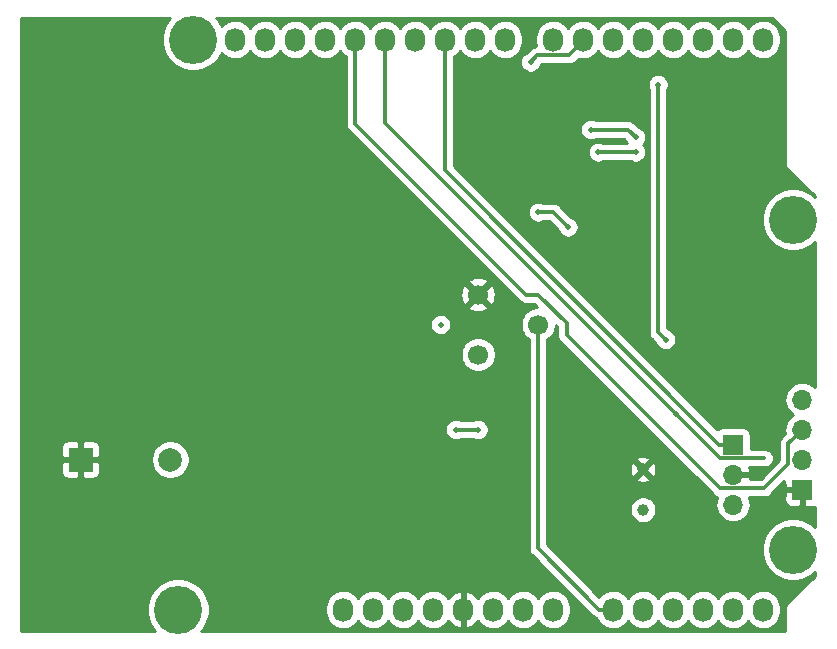
<source format=gbr>
G04 #@! TF.GenerationSoftware,KiCad,Pcbnew,(5.1.4)-1*
G04 #@! TF.CreationDate,2019-12-31T16:27:10-06:00*
G04 #@! TF.ProjectId,learning_shield,6c656172-6e69-46e6-975f-736869656c64,rev?*
G04 #@! TF.SameCoordinates,Original*
G04 #@! TF.FileFunction,Copper,L2,Bot*
G04 #@! TF.FilePolarity,Positive*
%FSLAX46Y46*%
G04 Gerber Fmt 4.6, Leading zero omitted, Abs format (unit mm)*
G04 Created by KiCad (PCBNEW (5.1.4)-1) date 2019-12-31 16:27:10*
%MOMM*%
%LPD*%
G04 APERTURE LIST*
%ADD10C,1.700000*%
%ADD11O,1.727200X2.032000*%
%ADD12C,4.064000*%
%ADD13C,2.000000*%
%ADD14R,2.000000X2.000000*%
%ADD15O,1.700000X1.700000*%
%ADD16R,1.700000X1.700000*%
%ADD17C,1.000000*%
%ADD18C,0.508000*%
%ADD19C,0.304800*%
%ADD20C,0.254000*%
G04 APERTURE END LIST*
D10*
X150368000Y-102235000D03*
X155448000Y-99695000D03*
X150368000Y-97155000D03*
D11*
X138938000Y-123825000D03*
X141478000Y-123825000D03*
X144018000Y-123825000D03*
X146558000Y-123825000D03*
X149098000Y-123825000D03*
X151638000Y-123825000D03*
X154178000Y-123825000D03*
X156718000Y-123825000D03*
X161798000Y-123825000D03*
X164338000Y-123825000D03*
X166878000Y-123825000D03*
X169418000Y-123825000D03*
X171958000Y-123825000D03*
X174498000Y-123825000D03*
X129794000Y-75565000D03*
X132334000Y-75565000D03*
X134874000Y-75565000D03*
X137414000Y-75565000D03*
X139954000Y-75565000D03*
X142494000Y-75565000D03*
X145034000Y-75565000D03*
X147574000Y-75565000D03*
X150114000Y-75565000D03*
X152654000Y-75565000D03*
X156718000Y-75565000D03*
X159258000Y-75565000D03*
X161798000Y-75565000D03*
X164338000Y-75565000D03*
X166878000Y-75565000D03*
X169418000Y-75565000D03*
X171958000Y-75565000D03*
X174498000Y-75565000D03*
D12*
X124968000Y-123825000D03*
X177038000Y-118745000D03*
X126238000Y-75565000D03*
X177038000Y-90805000D03*
D13*
X124313000Y-111125000D03*
D14*
X116713000Y-111125000D03*
D15*
X177800000Y-106045000D03*
X177800000Y-108585000D03*
X177800000Y-111125000D03*
D16*
X177800000Y-113665000D03*
D15*
X171958000Y-114935000D03*
X171958000Y-112395000D03*
D16*
X171958000Y-109855000D03*
D17*
X164338000Y-115365000D03*
X164338000Y-111965000D03*
D18*
X170688000Y-88900000D03*
X150368000Y-107315000D03*
X119253000Y-96520000D03*
X133223000Y-113665000D03*
X133223000Y-117475000D03*
X155448000Y-91440000D03*
X146558000Y-98425000D03*
X158623000Y-103505000D03*
X155448000Y-90170000D03*
X157988000Y-91440000D03*
X147193000Y-99695000D03*
X150368000Y-108585000D03*
X148463000Y-108585000D03*
X154813000Y-77470000D03*
X167150679Y-107296321D03*
X163703000Y-85090000D03*
X160528000Y-85090000D03*
X159893000Y-83185000D03*
X163703000Y-83820000D03*
X165608000Y-79375000D03*
X166243000Y-100965000D03*
D19*
X155448000Y-90170000D02*
X156718000Y-90170000D01*
X156718000Y-90170000D02*
X157988000Y-91440000D01*
X150368000Y-108585000D02*
X148463000Y-108585000D01*
X160629600Y-123825000D02*
X161798000Y-123825000D01*
X155448000Y-118643400D02*
X160629600Y-123825000D01*
X155448000Y-118643400D02*
X155448000Y-102235000D01*
X155448000Y-102235000D02*
X155448000Y-99695000D01*
X159258000Y-75717400D02*
X159258000Y-75565000D01*
X158089590Y-76885810D02*
X159258000Y-75717400D01*
X155397190Y-76885810D02*
X158089590Y-76885810D01*
X154813000Y-77470000D02*
X155397190Y-76885810D01*
X176950001Y-109434999D02*
X177800000Y-108585000D01*
X170819507Y-113549801D02*
X174613199Y-113549801D01*
X174613199Y-113549801D02*
X176645199Y-111517801D01*
X176645199Y-111517801D02*
X176645199Y-109739801D01*
X139954000Y-75565000D02*
X139954000Y-82684294D01*
X176645199Y-109739801D02*
X176950001Y-109434999D01*
X154428353Y-97158647D02*
X155451647Y-97158647D01*
X139954000Y-82684294D02*
X154428353Y-97158647D01*
X157857353Y-99564353D02*
X157857353Y-100587647D01*
X155451647Y-97158647D02*
X157857353Y-99564353D01*
X157857353Y-100587647D02*
X170819507Y-113549801D01*
X147574000Y-76885800D02*
X147574000Y-75565000D01*
X147574000Y-86625800D02*
X147574000Y-76885800D01*
X170803200Y-109855000D02*
X147574000Y-86625800D01*
X171958000Y-109855000D02*
X170803200Y-109855000D01*
X142494000Y-76885800D02*
X142494000Y-75565000D01*
X142494000Y-82639642D02*
X142494000Y-76885800D01*
X174613199Y-111009801D02*
X170864159Y-111009801D01*
X167150679Y-107296321D02*
X142494000Y-82639642D01*
X170864159Y-111009801D02*
X167150679Y-107296321D01*
X163703000Y-85090000D02*
X160528000Y-85090000D01*
X159893000Y-83185000D02*
X163068000Y-83185000D01*
X163068000Y-83185000D02*
X163703000Y-83820000D01*
X165608000Y-79375000D02*
X165608000Y-100330000D01*
X165608000Y-100330000D02*
X166243000Y-100965000D01*
D20*
G36*
X124166406Y-73864887D02*
G01*
X123874536Y-74301702D01*
X123673492Y-74787065D01*
X123571000Y-75302323D01*
X123571000Y-75827677D01*
X123673492Y-76342935D01*
X123874536Y-76828298D01*
X124166406Y-77265113D01*
X124537887Y-77636594D01*
X124974702Y-77928464D01*
X125460065Y-78129508D01*
X125975323Y-78232000D01*
X126500677Y-78232000D01*
X127015935Y-78129508D01*
X127501298Y-77928464D01*
X127938113Y-77636594D01*
X128309594Y-77265113D01*
X128601464Y-76828298D01*
X128657001Y-76694219D01*
X128729203Y-76782197D01*
X128957395Y-76969469D01*
X129217737Y-77108625D01*
X129500224Y-77194316D01*
X129794000Y-77223251D01*
X130087777Y-77194316D01*
X130370264Y-77108625D01*
X130630606Y-76969469D01*
X130858797Y-76782197D01*
X131046069Y-76554006D01*
X131064000Y-76520459D01*
X131081931Y-76554006D01*
X131269203Y-76782197D01*
X131497395Y-76969469D01*
X131757737Y-77108625D01*
X132040224Y-77194316D01*
X132334000Y-77223251D01*
X132627777Y-77194316D01*
X132910264Y-77108625D01*
X133170606Y-76969469D01*
X133398797Y-76782197D01*
X133586069Y-76554006D01*
X133604000Y-76520459D01*
X133621931Y-76554006D01*
X133809203Y-76782197D01*
X134037395Y-76969469D01*
X134297737Y-77108625D01*
X134580224Y-77194316D01*
X134874000Y-77223251D01*
X135167777Y-77194316D01*
X135450264Y-77108625D01*
X135710606Y-76969469D01*
X135938797Y-76782197D01*
X136126069Y-76554006D01*
X136144000Y-76520459D01*
X136161931Y-76554006D01*
X136349203Y-76782197D01*
X136577395Y-76969469D01*
X136837737Y-77108625D01*
X137120224Y-77194316D01*
X137414000Y-77223251D01*
X137707777Y-77194316D01*
X137990264Y-77108625D01*
X138250606Y-76969469D01*
X138478797Y-76782197D01*
X138666069Y-76554006D01*
X138684000Y-76520459D01*
X138701931Y-76554006D01*
X138889203Y-76782197D01*
X139117395Y-76969469D01*
X139166600Y-76995770D01*
X139166601Y-82645621D01*
X139162792Y-82684294D01*
X139177995Y-82838651D01*
X139223018Y-82987076D01*
X139272267Y-83079213D01*
X139296135Y-83123866D01*
X139394532Y-83243763D01*
X139424573Y-83268417D01*
X153844234Y-97688080D01*
X153868884Y-97718116D01*
X153898920Y-97742766D01*
X153898922Y-97742768D01*
X153954948Y-97788747D01*
X153988781Y-97816513D01*
X154125570Y-97889629D01*
X154273996Y-97934653D01*
X154389680Y-97946047D01*
X154389689Y-97946047D01*
X154428352Y-97949855D01*
X154467015Y-97946047D01*
X155125497Y-97946047D01*
X155389450Y-98210000D01*
X155301740Y-98210000D01*
X155014842Y-98267068D01*
X154744589Y-98379010D01*
X154501368Y-98541525D01*
X154294525Y-98748368D01*
X154132010Y-98991589D01*
X154020068Y-99261842D01*
X153963000Y-99548740D01*
X153963000Y-99841260D01*
X154020068Y-100128158D01*
X154132010Y-100398411D01*
X154294525Y-100641632D01*
X154501368Y-100848475D01*
X154660601Y-100954871D01*
X154660600Y-102273672D01*
X154660601Y-102273682D01*
X154660600Y-118604737D01*
X154656792Y-118643400D01*
X154660600Y-118682063D01*
X154660600Y-118682072D01*
X154671994Y-118797756D01*
X154717018Y-118946182D01*
X154790134Y-119082971D01*
X154888531Y-119202869D01*
X154918578Y-119227528D01*
X160045477Y-124354428D01*
X160070131Y-124384469D01*
X160190028Y-124482866D01*
X160326817Y-124555982D01*
X160423727Y-124585379D01*
X160545931Y-124814006D01*
X160733203Y-125042197D01*
X160961395Y-125229469D01*
X161221737Y-125368625D01*
X161504224Y-125454316D01*
X161798000Y-125483251D01*
X162091777Y-125454316D01*
X162374264Y-125368625D01*
X162634606Y-125229469D01*
X162862797Y-125042197D01*
X163050069Y-124814006D01*
X163068000Y-124780459D01*
X163085931Y-124814006D01*
X163273203Y-125042197D01*
X163501395Y-125229469D01*
X163761737Y-125368625D01*
X164044224Y-125454316D01*
X164338000Y-125483251D01*
X164631777Y-125454316D01*
X164914264Y-125368625D01*
X165174606Y-125229469D01*
X165402797Y-125042197D01*
X165590069Y-124814006D01*
X165608000Y-124780459D01*
X165625931Y-124814006D01*
X165813203Y-125042197D01*
X166041395Y-125229469D01*
X166301737Y-125368625D01*
X166584224Y-125454316D01*
X166878000Y-125483251D01*
X167171777Y-125454316D01*
X167454264Y-125368625D01*
X167714606Y-125229469D01*
X167942797Y-125042197D01*
X168130069Y-124814006D01*
X168148000Y-124780459D01*
X168165931Y-124814006D01*
X168353203Y-125042197D01*
X168581395Y-125229469D01*
X168841737Y-125368625D01*
X169124224Y-125454316D01*
X169418000Y-125483251D01*
X169711777Y-125454316D01*
X169994264Y-125368625D01*
X170254606Y-125229469D01*
X170482797Y-125042197D01*
X170670069Y-124814006D01*
X170688000Y-124780459D01*
X170705931Y-124814006D01*
X170893203Y-125042197D01*
X171121395Y-125229469D01*
X171381737Y-125368625D01*
X171664224Y-125454316D01*
X171958000Y-125483251D01*
X172251777Y-125454316D01*
X172534264Y-125368625D01*
X172794606Y-125229469D01*
X173022797Y-125042197D01*
X173210069Y-124814006D01*
X173228000Y-124780459D01*
X173245931Y-124814006D01*
X173433203Y-125042197D01*
X173661395Y-125229469D01*
X173921737Y-125368625D01*
X174204224Y-125454316D01*
X174498000Y-125483251D01*
X174791777Y-125454316D01*
X175074264Y-125368625D01*
X175334606Y-125229469D01*
X175562797Y-125042197D01*
X175750069Y-124814006D01*
X175889225Y-124553663D01*
X175974916Y-124271176D01*
X175996600Y-124051018D01*
X175996600Y-123598981D01*
X175974916Y-123378823D01*
X175889225Y-123096336D01*
X175750069Y-122835994D01*
X175562797Y-122607803D01*
X175334605Y-122420531D01*
X175074263Y-122281375D01*
X174791776Y-122195684D01*
X174498000Y-122166749D01*
X174204223Y-122195684D01*
X173921736Y-122281375D01*
X173661394Y-122420531D01*
X173433203Y-122607803D01*
X173245931Y-122835995D01*
X173228000Y-122869541D01*
X173210069Y-122835994D01*
X173022797Y-122607803D01*
X172794605Y-122420531D01*
X172534263Y-122281375D01*
X172251776Y-122195684D01*
X171958000Y-122166749D01*
X171664223Y-122195684D01*
X171381736Y-122281375D01*
X171121394Y-122420531D01*
X170893203Y-122607803D01*
X170705931Y-122835995D01*
X170688000Y-122869541D01*
X170670069Y-122835994D01*
X170482797Y-122607803D01*
X170254605Y-122420531D01*
X169994263Y-122281375D01*
X169711776Y-122195684D01*
X169418000Y-122166749D01*
X169124223Y-122195684D01*
X168841736Y-122281375D01*
X168581394Y-122420531D01*
X168353203Y-122607803D01*
X168165931Y-122835995D01*
X168148000Y-122869541D01*
X168130069Y-122835994D01*
X167942797Y-122607803D01*
X167714605Y-122420531D01*
X167454263Y-122281375D01*
X167171776Y-122195684D01*
X166878000Y-122166749D01*
X166584223Y-122195684D01*
X166301736Y-122281375D01*
X166041394Y-122420531D01*
X165813203Y-122607803D01*
X165625931Y-122835995D01*
X165608000Y-122869541D01*
X165590069Y-122835994D01*
X165402797Y-122607803D01*
X165174605Y-122420531D01*
X164914263Y-122281375D01*
X164631776Y-122195684D01*
X164338000Y-122166749D01*
X164044223Y-122195684D01*
X163761736Y-122281375D01*
X163501394Y-122420531D01*
X163273203Y-122607803D01*
X163085931Y-122835995D01*
X163068000Y-122869541D01*
X163050069Y-122835994D01*
X162862797Y-122607803D01*
X162634605Y-122420531D01*
X162374263Y-122281375D01*
X162091776Y-122195684D01*
X161798000Y-122166749D01*
X161504223Y-122195684D01*
X161221736Y-122281375D01*
X160961394Y-122420531D01*
X160733203Y-122607803D01*
X160639785Y-122721634D01*
X156235400Y-118317250D01*
X156235400Y-115253212D01*
X163203000Y-115253212D01*
X163203000Y-115476788D01*
X163246617Y-115696067D01*
X163332176Y-115902624D01*
X163456388Y-116088520D01*
X163614480Y-116246612D01*
X163800376Y-116370824D01*
X164006933Y-116456383D01*
X164226212Y-116500000D01*
X164449788Y-116500000D01*
X164669067Y-116456383D01*
X164875624Y-116370824D01*
X165061520Y-116246612D01*
X165219612Y-116088520D01*
X165343824Y-115902624D01*
X165429383Y-115696067D01*
X165473000Y-115476788D01*
X165473000Y-115253212D01*
X165429383Y-115033933D01*
X165343824Y-114827376D01*
X165219612Y-114641480D01*
X165061520Y-114483388D01*
X164875624Y-114359176D01*
X164669067Y-114273617D01*
X164449788Y-114230000D01*
X164226212Y-114230000D01*
X164006933Y-114273617D01*
X163800376Y-114359176D01*
X163614480Y-114483388D01*
X163456388Y-114641480D01*
X163332176Y-114827376D01*
X163246617Y-115033933D01*
X163203000Y-115253212D01*
X156235400Y-115253212D01*
X156235400Y-112743166D01*
X163739439Y-112743166D01*
X163774550Y-112956588D01*
X163978826Y-113047458D01*
X164196905Y-113096731D01*
X164420406Y-113102511D01*
X164640740Y-113064577D01*
X164849440Y-112984387D01*
X164901450Y-112956588D01*
X164936561Y-112743166D01*
X164338000Y-112144605D01*
X163739439Y-112743166D01*
X156235400Y-112743166D01*
X156235400Y-112047406D01*
X163200489Y-112047406D01*
X163238423Y-112267740D01*
X163318613Y-112476440D01*
X163346412Y-112528450D01*
X163559834Y-112563561D01*
X164158395Y-111965000D01*
X164517605Y-111965000D01*
X165116166Y-112563561D01*
X165329588Y-112528450D01*
X165420458Y-112324174D01*
X165469731Y-112106095D01*
X165475511Y-111882594D01*
X165437577Y-111662260D01*
X165357387Y-111453560D01*
X165329588Y-111401550D01*
X165116166Y-111366439D01*
X164517605Y-111965000D01*
X164158395Y-111965000D01*
X163559834Y-111366439D01*
X163346412Y-111401550D01*
X163255542Y-111605826D01*
X163206269Y-111823905D01*
X163200489Y-112047406D01*
X156235400Y-112047406D01*
X156235400Y-111186834D01*
X163739439Y-111186834D01*
X164338000Y-111785395D01*
X164936561Y-111186834D01*
X164901450Y-110973412D01*
X164697174Y-110882542D01*
X164479095Y-110833269D01*
X164255594Y-110827489D01*
X164035260Y-110865423D01*
X163826560Y-110945613D01*
X163774550Y-110973412D01*
X163739439Y-111186834D01*
X156235400Y-111186834D01*
X156235400Y-100954870D01*
X156394632Y-100848475D01*
X156601475Y-100641632D01*
X156763990Y-100398411D01*
X156875932Y-100128158D01*
X156933000Y-99841260D01*
X156933000Y-99753551D01*
X157069953Y-99890504D01*
X157069954Y-100548975D01*
X157066145Y-100587647D01*
X157081348Y-100742004D01*
X157126371Y-100890429D01*
X157126372Y-100890430D01*
X157199488Y-101027219D01*
X157297885Y-101147116D01*
X157327926Y-101171770D01*
X170235384Y-114079229D01*
X170260038Y-114109270D01*
X170379935Y-114207667D01*
X170516724Y-114280783D01*
X170608915Y-114308749D01*
X170579401Y-114363966D01*
X170494487Y-114643889D01*
X170465815Y-114935000D01*
X170494487Y-115226111D01*
X170579401Y-115506034D01*
X170717294Y-115764014D01*
X170902866Y-115990134D01*
X171128986Y-116175706D01*
X171386966Y-116313599D01*
X171666889Y-116398513D01*
X171885050Y-116420000D01*
X172030950Y-116420000D01*
X172249111Y-116398513D01*
X172529034Y-116313599D01*
X172787014Y-116175706D01*
X173013134Y-115990134D01*
X173198706Y-115764014D01*
X173336599Y-115506034D01*
X173421513Y-115226111D01*
X173450185Y-114935000D01*
X173421513Y-114643889D01*
X173382415Y-114515000D01*
X176311928Y-114515000D01*
X176324188Y-114639482D01*
X176360498Y-114759180D01*
X176419463Y-114869494D01*
X176498815Y-114966185D01*
X176595506Y-115045537D01*
X176705820Y-115104502D01*
X176825518Y-115140812D01*
X176950000Y-115153072D01*
X177514250Y-115150000D01*
X177673000Y-114991250D01*
X177673000Y-113792000D01*
X176473750Y-113792000D01*
X176315000Y-113950750D01*
X176311928Y-114515000D01*
X173382415Y-114515000D01*
X173336599Y-114363966D01*
X173322293Y-114337201D01*
X174574536Y-114337201D01*
X174613199Y-114341009D01*
X174651862Y-114337201D01*
X174651872Y-114337201D01*
X174767556Y-114325807D01*
X174915982Y-114280783D01*
X175052771Y-114207667D01*
X175172668Y-114109270D01*
X175197327Y-114079223D01*
X176312738Y-112963812D01*
X176315000Y-113379250D01*
X176473750Y-113538000D01*
X177673000Y-113538000D01*
X177673000Y-113518000D01*
X177927000Y-113518000D01*
X177927000Y-113538000D01*
X177947000Y-113538000D01*
X177947000Y-113792000D01*
X177927000Y-113792000D01*
X177927000Y-114991250D01*
X178085750Y-115150000D01*
X178650000Y-115153072D01*
X178774482Y-115140812D01*
X178868000Y-115112444D01*
X178868000Y-116803293D01*
X178738113Y-116673406D01*
X178301298Y-116381536D01*
X177815935Y-116180492D01*
X177300677Y-116078000D01*
X176775323Y-116078000D01*
X176260065Y-116180492D01*
X175774702Y-116381536D01*
X175337887Y-116673406D01*
X174966406Y-117044887D01*
X174674536Y-117481702D01*
X174473492Y-117967065D01*
X174371000Y-118482323D01*
X174371000Y-119007677D01*
X174473492Y-119522935D01*
X174674536Y-120008298D01*
X174966406Y-120445113D01*
X175337887Y-120816594D01*
X175774702Y-121108464D01*
X176260065Y-121309508D01*
X176775323Y-121412000D01*
X177300677Y-121412000D01*
X177815935Y-121309508D01*
X178301298Y-121108464D01*
X178738113Y-120816594D01*
X178868000Y-120686707D01*
X178868000Y-120990908D01*
X176560617Y-123298292D01*
X176533526Y-123320525D01*
X176511293Y-123347616D01*
X176444801Y-123428637D01*
X176378872Y-123551981D01*
X176338274Y-123685816D01*
X176324565Y-123825000D01*
X176328001Y-123859885D01*
X176328000Y-125655000D01*
X126909707Y-125655000D01*
X127039594Y-125525113D01*
X127331464Y-125088298D01*
X127532508Y-124602935D01*
X127635000Y-124087677D01*
X127635000Y-123598982D01*
X137439400Y-123598982D01*
X137439400Y-124051019D01*
X137461084Y-124271177D01*
X137546775Y-124553664D01*
X137685931Y-124814006D01*
X137873203Y-125042197D01*
X138101395Y-125229469D01*
X138361737Y-125368625D01*
X138644224Y-125454316D01*
X138938000Y-125483251D01*
X139231777Y-125454316D01*
X139514264Y-125368625D01*
X139774606Y-125229469D01*
X140002797Y-125042197D01*
X140190069Y-124814006D01*
X140208000Y-124780459D01*
X140225931Y-124814006D01*
X140413203Y-125042197D01*
X140641395Y-125229469D01*
X140901737Y-125368625D01*
X141184224Y-125454316D01*
X141478000Y-125483251D01*
X141771777Y-125454316D01*
X142054264Y-125368625D01*
X142314606Y-125229469D01*
X142542797Y-125042197D01*
X142730069Y-124814006D01*
X142748000Y-124780459D01*
X142765931Y-124814006D01*
X142953203Y-125042197D01*
X143181395Y-125229469D01*
X143441737Y-125368625D01*
X143724224Y-125454316D01*
X144018000Y-125483251D01*
X144311777Y-125454316D01*
X144594264Y-125368625D01*
X144854606Y-125229469D01*
X145082797Y-125042197D01*
X145270069Y-124814006D01*
X145288000Y-124780459D01*
X145305931Y-124814006D01*
X145493203Y-125042197D01*
X145721395Y-125229469D01*
X145981737Y-125368625D01*
X146264224Y-125454316D01*
X146558000Y-125483251D01*
X146851777Y-125454316D01*
X147134264Y-125368625D01*
X147394606Y-125229469D01*
X147622797Y-125042197D01*
X147810069Y-124814006D01*
X147831424Y-124774053D01*
X147979514Y-124976729D01*
X148195965Y-125175733D01*
X148447081Y-125328686D01*
X148723211Y-125429709D01*
X148738974Y-125432358D01*
X148971000Y-125311217D01*
X148971000Y-123952000D01*
X148951000Y-123952000D01*
X148951000Y-123698000D01*
X148971000Y-123698000D01*
X148971000Y-122338783D01*
X149225000Y-122338783D01*
X149225000Y-123698000D01*
X149245000Y-123698000D01*
X149245000Y-123952000D01*
X149225000Y-123952000D01*
X149225000Y-125311217D01*
X149457026Y-125432358D01*
X149472789Y-125429709D01*
X149748919Y-125328686D01*
X150000035Y-125175733D01*
X150216486Y-124976729D01*
X150364576Y-124774053D01*
X150385931Y-124814006D01*
X150573203Y-125042197D01*
X150801395Y-125229469D01*
X151061737Y-125368625D01*
X151344224Y-125454316D01*
X151638000Y-125483251D01*
X151931777Y-125454316D01*
X152214264Y-125368625D01*
X152474606Y-125229469D01*
X152702797Y-125042197D01*
X152890069Y-124814006D01*
X152908000Y-124780459D01*
X152925931Y-124814006D01*
X153113203Y-125042197D01*
X153341395Y-125229469D01*
X153601737Y-125368625D01*
X153884224Y-125454316D01*
X154178000Y-125483251D01*
X154471777Y-125454316D01*
X154754264Y-125368625D01*
X155014606Y-125229469D01*
X155242797Y-125042197D01*
X155430069Y-124814006D01*
X155448000Y-124780459D01*
X155465931Y-124814006D01*
X155653203Y-125042197D01*
X155881395Y-125229469D01*
X156141737Y-125368625D01*
X156424224Y-125454316D01*
X156718000Y-125483251D01*
X157011777Y-125454316D01*
X157294264Y-125368625D01*
X157554606Y-125229469D01*
X157782797Y-125042197D01*
X157970069Y-124814006D01*
X158109225Y-124553663D01*
X158194916Y-124271176D01*
X158216600Y-124051018D01*
X158216600Y-123598981D01*
X158194916Y-123378823D01*
X158109225Y-123096336D01*
X157970069Y-122835994D01*
X157782797Y-122607803D01*
X157554605Y-122420531D01*
X157294263Y-122281375D01*
X157011776Y-122195684D01*
X156718000Y-122166749D01*
X156424223Y-122195684D01*
X156141736Y-122281375D01*
X155881394Y-122420531D01*
X155653203Y-122607803D01*
X155465931Y-122835995D01*
X155448000Y-122869541D01*
X155430069Y-122835994D01*
X155242797Y-122607803D01*
X155014605Y-122420531D01*
X154754263Y-122281375D01*
X154471776Y-122195684D01*
X154178000Y-122166749D01*
X153884223Y-122195684D01*
X153601736Y-122281375D01*
X153341394Y-122420531D01*
X153113203Y-122607803D01*
X152925931Y-122835995D01*
X152908000Y-122869541D01*
X152890069Y-122835994D01*
X152702797Y-122607803D01*
X152474605Y-122420531D01*
X152214263Y-122281375D01*
X151931776Y-122195684D01*
X151638000Y-122166749D01*
X151344223Y-122195684D01*
X151061736Y-122281375D01*
X150801394Y-122420531D01*
X150573203Y-122607803D01*
X150385931Y-122835995D01*
X150364576Y-122875947D01*
X150216486Y-122673271D01*
X150000035Y-122474267D01*
X149748919Y-122321314D01*
X149472789Y-122220291D01*
X149457026Y-122217642D01*
X149225000Y-122338783D01*
X148971000Y-122338783D01*
X148738974Y-122217642D01*
X148723211Y-122220291D01*
X148447081Y-122321314D01*
X148195965Y-122474267D01*
X147979514Y-122673271D01*
X147831424Y-122875947D01*
X147810069Y-122835994D01*
X147622797Y-122607803D01*
X147394605Y-122420531D01*
X147134263Y-122281375D01*
X146851776Y-122195684D01*
X146558000Y-122166749D01*
X146264223Y-122195684D01*
X145981736Y-122281375D01*
X145721394Y-122420531D01*
X145493203Y-122607803D01*
X145305931Y-122835995D01*
X145288000Y-122869541D01*
X145270069Y-122835994D01*
X145082797Y-122607803D01*
X144854605Y-122420531D01*
X144594263Y-122281375D01*
X144311776Y-122195684D01*
X144018000Y-122166749D01*
X143724223Y-122195684D01*
X143441736Y-122281375D01*
X143181394Y-122420531D01*
X142953203Y-122607803D01*
X142765931Y-122835995D01*
X142748000Y-122869541D01*
X142730069Y-122835994D01*
X142542797Y-122607803D01*
X142314605Y-122420531D01*
X142054263Y-122281375D01*
X141771776Y-122195684D01*
X141478000Y-122166749D01*
X141184223Y-122195684D01*
X140901736Y-122281375D01*
X140641394Y-122420531D01*
X140413203Y-122607803D01*
X140225931Y-122835995D01*
X140208000Y-122869541D01*
X140190069Y-122835994D01*
X140002797Y-122607803D01*
X139774605Y-122420531D01*
X139514263Y-122281375D01*
X139231776Y-122195684D01*
X138938000Y-122166749D01*
X138644223Y-122195684D01*
X138361736Y-122281375D01*
X138101394Y-122420531D01*
X137873203Y-122607803D01*
X137685931Y-122835995D01*
X137546775Y-123096337D01*
X137461084Y-123378824D01*
X137439400Y-123598982D01*
X127635000Y-123598982D01*
X127635000Y-123562323D01*
X127532508Y-123047065D01*
X127331464Y-122561702D01*
X127039594Y-122124887D01*
X126668113Y-121753406D01*
X126231298Y-121461536D01*
X125745935Y-121260492D01*
X125230677Y-121158000D01*
X124705323Y-121158000D01*
X124190065Y-121260492D01*
X123704702Y-121461536D01*
X123267887Y-121753406D01*
X122896406Y-122124887D01*
X122604536Y-122561702D01*
X122403492Y-123047065D01*
X122301000Y-123562323D01*
X122301000Y-124087677D01*
X122403492Y-124602935D01*
X122604536Y-125088298D01*
X122896406Y-125525113D01*
X123026293Y-125655000D01*
X111708000Y-125655000D01*
X111708000Y-112125000D01*
X115074928Y-112125000D01*
X115087188Y-112249482D01*
X115123498Y-112369180D01*
X115182463Y-112479494D01*
X115261815Y-112576185D01*
X115358506Y-112655537D01*
X115468820Y-112714502D01*
X115588518Y-112750812D01*
X115713000Y-112763072D01*
X116427250Y-112760000D01*
X116586000Y-112601250D01*
X116586000Y-111252000D01*
X116840000Y-111252000D01*
X116840000Y-112601250D01*
X116998750Y-112760000D01*
X117713000Y-112763072D01*
X117837482Y-112750812D01*
X117957180Y-112714502D01*
X118067494Y-112655537D01*
X118164185Y-112576185D01*
X118243537Y-112479494D01*
X118302502Y-112369180D01*
X118338812Y-112249482D01*
X118351072Y-112125000D01*
X118348000Y-111410750D01*
X118189250Y-111252000D01*
X116840000Y-111252000D01*
X116586000Y-111252000D01*
X115236750Y-111252000D01*
X115078000Y-111410750D01*
X115074928Y-112125000D01*
X111708000Y-112125000D01*
X111708000Y-110125000D01*
X115074928Y-110125000D01*
X115078000Y-110839250D01*
X115236750Y-110998000D01*
X116586000Y-110998000D01*
X116586000Y-109648750D01*
X116840000Y-109648750D01*
X116840000Y-110998000D01*
X118189250Y-110998000D01*
X118223283Y-110963967D01*
X122678000Y-110963967D01*
X122678000Y-111286033D01*
X122740832Y-111601912D01*
X122864082Y-111899463D01*
X123043013Y-112167252D01*
X123270748Y-112394987D01*
X123538537Y-112573918D01*
X123836088Y-112697168D01*
X124151967Y-112760000D01*
X124474033Y-112760000D01*
X124789912Y-112697168D01*
X125087463Y-112573918D01*
X125355252Y-112394987D01*
X125582987Y-112167252D01*
X125761918Y-111899463D01*
X125885168Y-111601912D01*
X125948000Y-111286033D01*
X125948000Y-110963967D01*
X125885168Y-110648088D01*
X125761918Y-110350537D01*
X125582987Y-110082748D01*
X125355252Y-109855013D01*
X125087463Y-109676082D01*
X124789912Y-109552832D01*
X124474033Y-109490000D01*
X124151967Y-109490000D01*
X123836088Y-109552832D01*
X123538537Y-109676082D01*
X123270748Y-109855013D01*
X123043013Y-110082748D01*
X122864082Y-110350537D01*
X122740832Y-110648088D01*
X122678000Y-110963967D01*
X118223283Y-110963967D01*
X118348000Y-110839250D01*
X118351072Y-110125000D01*
X118338812Y-110000518D01*
X118302502Y-109880820D01*
X118243537Y-109770506D01*
X118164185Y-109673815D01*
X118067494Y-109594463D01*
X117957180Y-109535498D01*
X117837482Y-109499188D01*
X117713000Y-109486928D01*
X116998750Y-109490000D01*
X116840000Y-109648750D01*
X116586000Y-109648750D01*
X116427250Y-109490000D01*
X115713000Y-109486928D01*
X115588518Y-109499188D01*
X115468820Y-109535498D01*
X115358506Y-109594463D01*
X115261815Y-109673815D01*
X115182463Y-109770506D01*
X115123498Y-109880820D01*
X115087188Y-110000518D01*
X115074928Y-110125000D01*
X111708000Y-110125000D01*
X111708000Y-108497441D01*
X147574000Y-108497441D01*
X147574000Y-108672559D01*
X147608164Y-108844312D01*
X147675179Y-109006099D01*
X147772469Y-109151704D01*
X147896296Y-109275531D01*
X148041901Y-109372821D01*
X148203688Y-109439836D01*
X148375441Y-109474000D01*
X148550559Y-109474000D01*
X148722312Y-109439836D01*
X148884099Y-109372821D01*
X148884729Y-109372400D01*
X149946271Y-109372400D01*
X149946901Y-109372821D01*
X150108688Y-109439836D01*
X150280441Y-109474000D01*
X150455559Y-109474000D01*
X150627312Y-109439836D01*
X150789099Y-109372821D01*
X150934704Y-109275531D01*
X151058531Y-109151704D01*
X151155821Y-109006099D01*
X151222836Y-108844312D01*
X151257000Y-108672559D01*
X151257000Y-108497441D01*
X151222836Y-108325688D01*
X151155821Y-108163901D01*
X151058531Y-108018296D01*
X150934704Y-107894469D01*
X150789099Y-107797179D01*
X150627312Y-107730164D01*
X150455559Y-107696000D01*
X150280441Y-107696000D01*
X150108688Y-107730164D01*
X149946901Y-107797179D01*
X149946271Y-107797600D01*
X148884729Y-107797600D01*
X148884099Y-107797179D01*
X148722312Y-107730164D01*
X148550559Y-107696000D01*
X148375441Y-107696000D01*
X148203688Y-107730164D01*
X148041901Y-107797179D01*
X147896296Y-107894469D01*
X147772469Y-108018296D01*
X147675179Y-108163901D01*
X147608164Y-108325688D01*
X147574000Y-108497441D01*
X111708000Y-108497441D01*
X111708000Y-102088740D01*
X148883000Y-102088740D01*
X148883000Y-102381260D01*
X148940068Y-102668158D01*
X149052010Y-102938411D01*
X149214525Y-103181632D01*
X149421368Y-103388475D01*
X149664589Y-103550990D01*
X149934842Y-103662932D01*
X150221740Y-103720000D01*
X150514260Y-103720000D01*
X150801158Y-103662932D01*
X151071411Y-103550990D01*
X151314632Y-103388475D01*
X151521475Y-103181632D01*
X151683990Y-102938411D01*
X151795932Y-102668158D01*
X151853000Y-102381260D01*
X151853000Y-102088740D01*
X151795932Y-101801842D01*
X151683990Y-101531589D01*
X151521475Y-101288368D01*
X151314632Y-101081525D01*
X151071411Y-100919010D01*
X150801158Y-100807068D01*
X150514260Y-100750000D01*
X150221740Y-100750000D01*
X149934842Y-100807068D01*
X149664589Y-100919010D01*
X149421368Y-101081525D01*
X149214525Y-101288368D01*
X149052010Y-101531589D01*
X148940068Y-101801842D01*
X148883000Y-102088740D01*
X111708000Y-102088740D01*
X111708000Y-99607441D01*
X146304000Y-99607441D01*
X146304000Y-99782559D01*
X146338164Y-99954312D01*
X146405179Y-100116099D01*
X146502469Y-100261704D01*
X146626296Y-100385531D01*
X146771901Y-100482821D01*
X146933688Y-100549836D01*
X147105441Y-100584000D01*
X147280559Y-100584000D01*
X147452312Y-100549836D01*
X147614099Y-100482821D01*
X147759704Y-100385531D01*
X147883531Y-100261704D01*
X147980821Y-100116099D01*
X148047836Y-99954312D01*
X148082000Y-99782559D01*
X148082000Y-99607441D01*
X148047836Y-99435688D01*
X147980821Y-99273901D01*
X147883531Y-99128296D01*
X147759704Y-99004469D01*
X147614099Y-98907179D01*
X147452312Y-98840164D01*
X147280559Y-98806000D01*
X147105441Y-98806000D01*
X146933688Y-98840164D01*
X146771901Y-98907179D01*
X146626296Y-99004469D01*
X146502469Y-99128296D01*
X146405179Y-99273901D01*
X146338164Y-99435688D01*
X146304000Y-99607441D01*
X111708000Y-99607441D01*
X111708000Y-98183397D01*
X149519208Y-98183397D01*
X149596843Y-98432472D01*
X149860883Y-98558371D01*
X150144411Y-98630339D01*
X150436531Y-98645611D01*
X150726019Y-98603599D01*
X151001747Y-98505919D01*
X151139157Y-98432472D01*
X151216792Y-98183397D01*
X150368000Y-97334605D01*
X149519208Y-98183397D01*
X111708000Y-98183397D01*
X111708000Y-97223531D01*
X148877389Y-97223531D01*
X148919401Y-97513019D01*
X149017081Y-97788747D01*
X149090528Y-97926157D01*
X149339603Y-98003792D01*
X150188395Y-97155000D01*
X150547605Y-97155000D01*
X151396397Y-98003792D01*
X151645472Y-97926157D01*
X151771371Y-97662117D01*
X151843339Y-97378589D01*
X151858611Y-97086469D01*
X151816599Y-96796981D01*
X151718919Y-96521253D01*
X151645472Y-96383843D01*
X151396397Y-96306208D01*
X150547605Y-97155000D01*
X150188395Y-97155000D01*
X149339603Y-96306208D01*
X149090528Y-96383843D01*
X148964629Y-96647883D01*
X148892661Y-96931411D01*
X148877389Y-97223531D01*
X111708000Y-97223531D01*
X111708000Y-96126603D01*
X149519208Y-96126603D01*
X150368000Y-96975395D01*
X151216792Y-96126603D01*
X151139157Y-95877528D01*
X150875117Y-95751629D01*
X150591589Y-95679661D01*
X150299469Y-95664389D01*
X150009981Y-95706401D01*
X149734253Y-95804081D01*
X149596843Y-95877528D01*
X149519208Y-96126603D01*
X111708000Y-96126603D01*
X111708000Y-73735000D01*
X124296293Y-73735000D01*
X124166406Y-73864887D01*
X124166406Y-73864887D01*
G37*
X124166406Y-73864887D02*
X123874536Y-74301702D01*
X123673492Y-74787065D01*
X123571000Y-75302323D01*
X123571000Y-75827677D01*
X123673492Y-76342935D01*
X123874536Y-76828298D01*
X124166406Y-77265113D01*
X124537887Y-77636594D01*
X124974702Y-77928464D01*
X125460065Y-78129508D01*
X125975323Y-78232000D01*
X126500677Y-78232000D01*
X127015935Y-78129508D01*
X127501298Y-77928464D01*
X127938113Y-77636594D01*
X128309594Y-77265113D01*
X128601464Y-76828298D01*
X128657001Y-76694219D01*
X128729203Y-76782197D01*
X128957395Y-76969469D01*
X129217737Y-77108625D01*
X129500224Y-77194316D01*
X129794000Y-77223251D01*
X130087777Y-77194316D01*
X130370264Y-77108625D01*
X130630606Y-76969469D01*
X130858797Y-76782197D01*
X131046069Y-76554006D01*
X131064000Y-76520459D01*
X131081931Y-76554006D01*
X131269203Y-76782197D01*
X131497395Y-76969469D01*
X131757737Y-77108625D01*
X132040224Y-77194316D01*
X132334000Y-77223251D01*
X132627777Y-77194316D01*
X132910264Y-77108625D01*
X133170606Y-76969469D01*
X133398797Y-76782197D01*
X133586069Y-76554006D01*
X133604000Y-76520459D01*
X133621931Y-76554006D01*
X133809203Y-76782197D01*
X134037395Y-76969469D01*
X134297737Y-77108625D01*
X134580224Y-77194316D01*
X134874000Y-77223251D01*
X135167777Y-77194316D01*
X135450264Y-77108625D01*
X135710606Y-76969469D01*
X135938797Y-76782197D01*
X136126069Y-76554006D01*
X136144000Y-76520459D01*
X136161931Y-76554006D01*
X136349203Y-76782197D01*
X136577395Y-76969469D01*
X136837737Y-77108625D01*
X137120224Y-77194316D01*
X137414000Y-77223251D01*
X137707777Y-77194316D01*
X137990264Y-77108625D01*
X138250606Y-76969469D01*
X138478797Y-76782197D01*
X138666069Y-76554006D01*
X138684000Y-76520459D01*
X138701931Y-76554006D01*
X138889203Y-76782197D01*
X139117395Y-76969469D01*
X139166600Y-76995770D01*
X139166601Y-82645621D01*
X139162792Y-82684294D01*
X139177995Y-82838651D01*
X139223018Y-82987076D01*
X139272267Y-83079213D01*
X139296135Y-83123866D01*
X139394532Y-83243763D01*
X139424573Y-83268417D01*
X153844234Y-97688080D01*
X153868884Y-97718116D01*
X153898920Y-97742766D01*
X153898922Y-97742768D01*
X153954948Y-97788747D01*
X153988781Y-97816513D01*
X154125570Y-97889629D01*
X154273996Y-97934653D01*
X154389680Y-97946047D01*
X154389689Y-97946047D01*
X154428352Y-97949855D01*
X154467015Y-97946047D01*
X155125497Y-97946047D01*
X155389450Y-98210000D01*
X155301740Y-98210000D01*
X155014842Y-98267068D01*
X154744589Y-98379010D01*
X154501368Y-98541525D01*
X154294525Y-98748368D01*
X154132010Y-98991589D01*
X154020068Y-99261842D01*
X153963000Y-99548740D01*
X153963000Y-99841260D01*
X154020068Y-100128158D01*
X154132010Y-100398411D01*
X154294525Y-100641632D01*
X154501368Y-100848475D01*
X154660601Y-100954871D01*
X154660600Y-102273672D01*
X154660601Y-102273682D01*
X154660600Y-118604737D01*
X154656792Y-118643400D01*
X154660600Y-118682063D01*
X154660600Y-118682072D01*
X154671994Y-118797756D01*
X154717018Y-118946182D01*
X154790134Y-119082971D01*
X154888531Y-119202869D01*
X154918578Y-119227528D01*
X160045477Y-124354428D01*
X160070131Y-124384469D01*
X160190028Y-124482866D01*
X160326817Y-124555982D01*
X160423727Y-124585379D01*
X160545931Y-124814006D01*
X160733203Y-125042197D01*
X160961395Y-125229469D01*
X161221737Y-125368625D01*
X161504224Y-125454316D01*
X161798000Y-125483251D01*
X162091777Y-125454316D01*
X162374264Y-125368625D01*
X162634606Y-125229469D01*
X162862797Y-125042197D01*
X163050069Y-124814006D01*
X163068000Y-124780459D01*
X163085931Y-124814006D01*
X163273203Y-125042197D01*
X163501395Y-125229469D01*
X163761737Y-125368625D01*
X164044224Y-125454316D01*
X164338000Y-125483251D01*
X164631777Y-125454316D01*
X164914264Y-125368625D01*
X165174606Y-125229469D01*
X165402797Y-125042197D01*
X165590069Y-124814006D01*
X165608000Y-124780459D01*
X165625931Y-124814006D01*
X165813203Y-125042197D01*
X166041395Y-125229469D01*
X166301737Y-125368625D01*
X166584224Y-125454316D01*
X166878000Y-125483251D01*
X167171777Y-125454316D01*
X167454264Y-125368625D01*
X167714606Y-125229469D01*
X167942797Y-125042197D01*
X168130069Y-124814006D01*
X168148000Y-124780459D01*
X168165931Y-124814006D01*
X168353203Y-125042197D01*
X168581395Y-125229469D01*
X168841737Y-125368625D01*
X169124224Y-125454316D01*
X169418000Y-125483251D01*
X169711777Y-125454316D01*
X169994264Y-125368625D01*
X170254606Y-125229469D01*
X170482797Y-125042197D01*
X170670069Y-124814006D01*
X170688000Y-124780459D01*
X170705931Y-124814006D01*
X170893203Y-125042197D01*
X171121395Y-125229469D01*
X171381737Y-125368625D01*
X171664224Y-125454316D01*
X171958000Y-125483251D01*
X172251777Y-125454316D01*
X172534264Y-125368625D01*
X172794606Y-125229469D01*
X173022797Y-125042197D01*
X173210069Y-124814006D01*
X173228000Y-124780459D01*
X173245931Y-124814006D01*
X173433203Y-125042197D01*
X173661395Y-125229469D01*
X173921737Y-125368625D01*
X174204224Y-125454316D01*
X174498000Y-125483251D01*
X174791777Y-125454316D01*
X175074264Y-125368625D01*
X175334606Y-125229469D01*
X175562797Y-125042197D01*
X175750069Y-124814006D01*
X175889225Y-124553663D01*
X175974916Y-124271176D01*
X175996600Y-124051018D01*
X175996600Y-123598981D01*
X175974916Y-123378823D01*
X175889225Y-123096336D01*
X175750069Y-122835994D01*
X175562797Y-122607803D01*
X175334605Y-122420531D01*
X175074263Y-122281375D01*
X174791776Y-122195684D01*
X174498000Y-122166749D01*
X174204223Y-122195684D01*
X173921736Y-122281375D01*
X173661394Y-122420531D01*
X173433203Y-122607803D01*
X173245931Y-122835995D01*
X173228000Y-122869541D01*
X173210069Y-122835994D01*
X173022797Y-122607803D01*
X172794605Y-122420531D01*
X172534263Y-122281375D01*
X172251776Y-122195684D01*
X171958000Y-122166749D01*
X171664223Y-122195684D01*
X171381736Y-122281375D01*
X171121394Y-122420531D01*
X170893203Y-122607803D01*
X170705931Y-122835995D01*
X170688000Y-122869541D01*
X170670069Y-122835994D01*
X170482797Y-122607803D01*
X170254605Y-122420531D01*
X169994263Y-122281375D01*
X169711776Y-122195684D01*
X169418000Y-122166749D01*
X169124223Y-122195684D01*
X168841736Y-122281375D01*
X168581394Y-122420531D01*
X168353203Y-122607803D01*
X168165931Y-122835995D01*
X168148000Y-122869541D01*
X168130069Y-122835994D01*
X167942797Y-122607803D01*
X167714605Y-122420531D01*
X167454263Y-122281375D01*
X167171776Y-122195684D01*
X166878000Y-122166749D01*
X166584223Y-122195684D01*
X166301736Y-122281375D01*
X166041394Y-122420531D01*
X165813203Y-122607803D01*
X165625931Y-122835995D01*
X165608000Y-122869541D01*
X165590069Y-122835994D01*
X165402797Y-122607803D01*
X165174605Y-122420531D01*
X164914263Y-122281375D01*
X164631776Y-122195684D01*
X164338000Y-122166749D01*
X164044223Y-122195684D01*
X163761736Y-122281375D01*
X163501394Y-122420531D01*
X163273203Y-122607803D01*
X163085931Y-122835995D01*
X163068000Y-122869541D01*
X163050069Y-122835994D01*
X162862797Y-122607803D01*
X162634605Y-122420531D01*
X162374263Y-122281375D01*
X162091776Y-122195684D01*
X161798000Y-122166749D01*
X161504223Y-122195684D01*
X161221736Y-122281375D01*
X160961394Y-122420531D01*
X160733203Y-122607803D01*
X160639785Y-122721634D01*
X156235400Y-118317250D01*
X156235400Y-115253212D01*
X163203000Y-115253212D01*
X163203000Y-115476788D01*
X163246617Y-115696067D01*
X163332176Y-115902624D01*
X163456388Y-116088520D01*
X163614480Y-116246612D01*
X163800376Y-116370824D01*
X164006933Y-116456383D01*
X164226212Y-116500000D01*
X164449788Y-116500000D01*
X164669067Y-116456383D01*
X164875624Y-116370824D01*
X165061520Y-116246612D01*
X165219612Y-116088520D01*
X165343824Y-115902624D01*
X165429383Y-115696067D01*
X165473000Y-115476788D01*
X165473000Y-115253212D01*
X165429383Y-115033933D01*
X165343824Y-114827376D01*
X165219612Y-114641480D01*
X165061520Y-114483388D01*
X164875624Y-114359176D01*
X164669067Y-114273617D01*
X164449788Y-114230000D01*
X164226212Y-114230000D01*
X164006933Y-114273617D01*
X163800376Y-114359176D01*
X163614480Y-114483388D01*
X163456388Y-114641480D01*
X163332176Y-114827376D01*
X163246617Y-115033933D01*
X163203000Y-115253212D01*
X156235400Y-115253212D01*
X156235400Y-112743166D01*
X163739439Y-112743166D01*
X163774550Y-112956588D01*
X163978826Y-113047458D01*
X164196905Y-113096731D01*
X164420406Y-113102511D01*
X164640740Y-113064577D01*
X164849440Y-112984387D01*
X164901450Y-112956588D01*
X164936561Y-112743166D01*
X164338000Y-112144605D01*
X163739439Y-112743166D01*
X156235400Y-112743166D01*
X156235400Y-112047406D01*
X163200489Y-112047406D01*
X163238423Y-112267740D01*
X163318613Y-112476440D01*
X163346412Y-112528450D01*
X163559834Y-112563561D01*
X164158395Y-111965000D01*
X164517605Y-111965000D01*
X165116166Y-112563561D01*
X165329588Y-112528450D01*
X165420458Y-112324174D01*
X165469731Y-112106095D01*
X165475511Y-111882594D01*
X165437577Y-111662260D01*
X165357387Y-111453560D01*
X165329588Y-111401550D01*
X165116166Y-111366439D01*
X164517605Y-111965000D01*
X164158395Y-111965000D01*
X163559834Y-111366439D01*
X163346412Y-111401550D01*
X163255542Y-111605826D01*
X163206269Y-111823905D01*
X163200489Y-112047406D01*
X156235400Y-112047406D01*
X156235400Y-111186834D01*
X163739439Y-111186834D01*
X164338000Y-111785395D01*
X164936561Y-111186834D01*
X164901450Y-110973412D01*
X164697174Y-110882542D01*
X164479095Y-110833269D01*
X164255594Y-110827489D01*
X164035260Y-110865423D01*
X163826560Y-110945613D01*
X163774550Y-110973412D01*
X163739439Y-111186834D01*
X156235400Y-111186834D01*
X156235400Y-100954870D01*
X156394632Y-100848475D01*
X156601475Y-100641632D01*
X156763990Y-100398411D01*
X156875932Y-100128158D01*
X156933000Y-99841260D01*
X156933000Y-99753551D01*
X157069953Y-99890504D01*
X157069954Y-100548975D01*
X157066145Y-100587647D01*
X157081348Y-100742004D01*
X157126371Y-100890429D01*
X157126372Y-100890430D01*
X157199488Y-101027219D01*
X157297885Y-101147116D01*
X157327926Y-101171770D01*
X170235384Y-114079229D01*
X170260038Y-114109270D01*
X170379935Y-114207667D01*
X170516724Y-114280783D01*
X170608915Y-114308749D01*
X170579401Y-114363966D01*
X170494487Y-114643889D01*
X170465815Y-114935000D01*
X170494487Y-115226111D01*
X170579401Y-115506034D01*
X170717294Y-115764014D01*
X170902866Y-115990134D01*
X171128986Y-116175706D01*
X171386966Y-116313599D01*
X171666889Y-116398513D01*
X171885050Y-116420000D01*
X172030950Y-116420000D01*
X172249111Y-116398513D01*
X172529034Y-116313599D01*
X172787014Y-116175706D01*
X173013134Y-115990134D01*
X173198706Y-115764014D01*
X173336599Y-115506034D01*
X173421513Y-115226111D01*
X173450185Y-114935000D01*
X173421513Y-114643889D01*
X173382415Y-114515000D01*
X176311928Y-114515000D01*
X176324188Y-114639482D01*
X176360498Y-114759180D01*
X176419463Y-114869494D01*
X176498815Y-114966185D01*
X176595506Y-115045537D01*
X176705820Y-115104502D01*
X176825518Y-115140812D01*
X176950000Y-115153072D01*
X177514250Y-115150000D01*
X177673000Y-114991250D01*
X177673000Y-113792000D01*
X176473750Y-113792000D01*
X176315000Y-113950750D01*
X176311928Y-114515000D01*
X173382415Y-114515000D01*
X173336599Y-114363966D01*
X173322293Y-114337201D01*
X174574536Y-114337201D01*
X174613199Y-114341009D01*
X174651862Y-114337201D01*
X174651872Y-114337201D01*
X174767556Y-114325807D01*
X174915982Y-114280783D01*
X175052771Y-114207667D01*
X175172668Y-114109270D01*
X175197327Y-114079223D01*
X176312738Y-112963812D01*
X176315000Y-113379250D01*
X176473750Y-113538000D01*
X177673000Y-113538000D01*
X177673000Y-113518000D01*
X177927000Y-113518000D01*
X177927000Y-113538000D01*
X177947000Y-113538000D01*
X177947000Y-113792000D01*
X177927000Y-113792000D01*
X177927000Y-114991250D01*
X178085750Y-115150000D01*
X178650000Y-115153072D01*
X178774482Y-115140812D01*
X178868000Y-115112444D01*
X178868000Y-116803293D01*
X178738113Y-116673406D01*
X178301298Y-116381536D01*
X177815935Y-116180492D01*
X177300677Y-116078000D01*
X176775323Y-116078000D01*
X176260065Y-116180492D01*
X175774702Y-116381536D01*
X175337887Y-116673406D01*
X174966406Y-117044887D01*
X174674536Y-117481702D01*
X174473492Y-117967065D01*
X174371000Y-118482323D01*
X174371000Y-119007677D01*
X174473492Y-119522935D01*
X174674536Y-120008298D01*
X174966406Y-120445113D01*
X175337887Y-120816594D01*
X175774702Y-121108464D01*
X176260065Y-121309508D01*
X176775323Y-121412000D01*
X177300677Y-121412000D01*
X177815935Y-121309508D01*
X178301298Y-121108464D01*
X178738113Y-120816594D01*
X178868000Y-120686707D01*
X178868000Y-120990908D01*
X176560617Y-123298292D01*
X176533526Y-123320525D01*
X176511293Y-123347616D01*
X176444801Y-123428637D01*
X176378872Y-123551981D01*
X176338274Y-123685816D01*
X176324565Y-123825000D01*
X176328001Y-123859885D01*
X176328000Y-125655000D01*
X126909707Y-125655000D01*
X127039594Y-125525113D01*
X127331464Y-125088298D01*
X127532508Y-124602935D01*
X127635000Y-124087677D01*
X127635000Y-123598982D01*
X137439400Y-123598982D01*
X137439400Y-124051019D01*
X137461084Y-124271177D01*
X137546775Y-124553664D01*
X137685931Y-124814006D01*
X137873203Y-125042197D01*
X138101395Y-125229469D01*
X138361737Y-125368625D01*
X138644224Y-125454316D01*
X138938000Y-125483251D01*
X139231777Y-125454316D01*
X139514264Y-125368625D01*
X139774606Y-125229469D01*
X140002797Y-125042197D01*
X140190069Y-124814006D01*
X140208000Y-124780459D01*
X140225931Y-124814006D01*
X140413203Y-125042197D01*
X140641395Y-125229469D01*
X140901737Y-125368625D01*
X141184224Y-125454316D01*
X141478000Y-125483251D01*
X141771777Y-125454316D01*
X142054264Y-125368625D01*
X142314606Y-125229469D01*
X142542797Y-125042197D01*
X142730069Y-124814006D01*
X142748000Y-124780459D01*
X142765931Y-124814006D01*
X142953203Y-125042197D01*
X143181395Y-125229469D01*
X143441737Y-125368625D01*
X143724224Y-125454316D01*
X144018000Y-125483251D01*
X144311777Y-125454316D01*
X144594264Y-125368625D01*
X144854606Y-125229469D01*
X145082797Y-125042197D01*
X145270069Y-124814006D01*
X145288000Y-124780459D01*
X145305931Y-124814006D01*
X145493203Y-125042197D01*
X145721395Y-125229469D01*
X145981737Y-125368625D01*
X146264224Y-125454316D01*
X146558000Y-125483251D01*
X146851777Y-125454316D01*
X147134264Y-125368625D01*
X147394606Y-125229469D01*
X147622797Y-125042197D01*
X147810069Y-124814006D01*
X147831424Y-124774053D01*
X147979514Y-124976729D01*
X148195965Y-125175733D01*
X148447081Y-125328686D01*
X148723211Y-125429709D01*
X148738974Y-125432358D01*
X148971000Y-125311217D01*
X148971000Y-123952000D01*
X148951000Y-123952000D01*
X148951000Y-123698000D01*
X148971000Y-123698000D01*
X148971000Y-122338783D01*
X149225000Y-122338783D01*
X149225000Y-123698000D01*
X149245000Y-123698000D01*
X149245000Y-123952000D01*
X149225000Y-123952000D01*
X149225000Y-125311217D01*
X149457026Y-125432358D01*
X149472789Y-125429709D01*
X149748919Y-125328686D01*
X150000035Y-125175733D01*
X150216486Y-124976729D01*
X150364576Y-124774053D01*
X150385931Y-124814006D01*
X150573203Y-125042197D01*
X150801395Y-125229469D01*
X151061737Y-125368625D01*
X151344224Y-125454316D01*
X151638000Y-125483251D01*
X151931777Y-125454316D01*
X152214264Y-125368625D01*
X152474606Y-125229469D01*
X152702797Y-125042197D01*
X152890069Y-124814006D01*
X152908000Y-124780459D01*
X152925931Y-124814006D01*
X153113203Y-125042197D01*
X153341395Y-125229469D01*
X153601737Y-125368625D01*
X153884224Y-125454316D01*
X154178000Y-125483251D01*
X154471777Y-125454316D01*
X154754264Y-125368625D01*
X155014606Y-125229469D01*
X155242797Y-125042197D01*
X155430069Y-124814006D01*
X155448000Y-124780459D01*
X155465931Y-124814006D01*
X155653203Y-125042197D01*
X155881395Y-125229469D01*
X156141737Y-125368625D01*
X156424224Y-125454316D01*
X156718000Y-125483251D01*
X157011777Y-125454316D01*
X157294264Y-125368625D01*
X157554606Y-125229469D01*
X157782797Y-125042197D01*
X157970069Y-124814006D01*
X158109225Y-124553663D01*
X158194916Y-124271176D01*
X158216600Y-124051018D01*
X158216600Y-123598981D01*
X158194916Y-123378823D01*
X158109225Y-123096336D01*
X157970069Y-122835994D01*
X157782797Y-122607803D01*
X157554605Y-122420531D01*
X157294263Y-122281375D01*
X157011776Y-122195684D01*
X156718000Y-122166749D01*
X156424223Y-122195684D01*
X156141736Y-122281375D01*
X155881394Y-122420531D01*
X155653203Y-122607803D01*
X155465931Y-122835995D01*
X155448000Y-122869541D01*
X155430069Y-122835994D01*
X155242797Y-122607803D01*
X155014605Y-122420531D01*
X154754263Y-122281375D01*
X154471776Y-122195684D01*
X154178000Y-122166749D01*
X153884223Y-122195684D01*
X153601736Y-122281375D01*
X153341394Y-122420531D01*
X153113203Y-122607803D01*
X152925931Y-122835995D01*
X152908000Y-122869541D01*
X152890069Y-122835994D01*
X152702797Y-122607803D01*
X152474605Y-122420531D01*
X152214263Y-122281375D01*
X151931776Y-122195684D01*
X151638000Y-122166749D01*
X151344223Y-122195684D01*
X151061736Y-122281375D01*
X150801394Y-122420531D01*
X150573203Y-122607803D01*
X150385931Y-122835995D01*
X150364576Y-122875947D01*
X150216486Y-122673271D01*
X150000035Y-122474267D01*
X149748919Y-122321314D01*
X149472789Y-122220291D01*
X149457026Y-122217642D01*
X149225000Y-122338783D01*
X148971000Y-122338783D01*
X148738974Y-122217642D01*
X148723211Y-122220291D01*
X148447081Y-122321314D01*
X148195965Y-122474267D01*
X147979514Y-122673271D01*
X147831424Y-122875947D01*
X147810069Y-122835994D01*
X147622797Y-122607803D01*
X147394605Y-122420531D01*
X147134263Y-122281375D01*
X146851776Y-122195684D01*
X146558000Y-122166749D01*
X146264223Y-122195684D01*
X145981736Y-122281375D01*
X145721394Y-122420531D01*
X145493203Y-122607803D01*
X145305931Y-122835995D01*
X145288000Y-122869541D01*
X145270069Y-122835994D01*
X145082797Y-122607803D01*
X144854605Y-122420531D01*
X144594263Y-122281375D01*
X144311776Y-122195684D01*
X144018000Y-122166749D01*
X143724223Y-122195684D01*
X143441736Y-122281375D01*
X143181394Y-122420531D01*
X142953203Y-122607803D01*
X142765931Y-122835995D01*
X142748000Y-122869541D01*
X142730069Y-122835994D01*
X142542797Y-122607803D01*
X142314605Y-122420531D01*
X142054263Y-122281375D01*
X141771776Y-122195684D01*
X141478000Y-122166749D01*
X141184223Y-122195684D01*
X140901736Y-122281375D01*
X140641394Y-122420531D01*
X140413203Y-122607803D01*
X140225931Y-122835995D01*
X140208000Y-122869541D01*
X140190069Y-122835994D01*
X140002797Y-122607803D01*
X139774605Y-122420531D01*
X139514263Y-122281375D01*
X139231776Y-122195684D01*
X138938000Y-122166749D01*
X138644223Y-122195684D01*
X138361736Y-122281375D01*
X138101394Y-122420531D01*
X137873203Y-122607803D01*
X137685931Y-122835995D01*
X137546775Y-123096337D01*
X137461084Y-123378824D01*
X137439400Y-123598982D01*
X127635000Y-123598982D01*
X127635000Y-123562323D01*
X127532508Y-123047065D01*
X127331464Y-122561702D01*
X127039594Y-122124887D01*
X126668113Y-121753406D01*
X126231298Y-121461536D01*
X125745935Y-121260492D01*
X125230677Y-121158000D01*
X124705323Y-121158000D01*
X124190065Y-121260492D01*
X123704702Y-121461536D01*
X123267887Y-121753406D01*
X122896406Y-122124887D01*
X122604536Y-122561702D01*
X122403492Y-123047065D01*
X122301000Y-123562323D01*
X122301000Y-124087677D01*
X122403492Y-124602935D01*
X122604536Y-125088298D01*
X122896406Y-125525113D01*
X123026293Y-125655000D01*
X111708000Y-125655000D01*
X111708000Y-112125000D01*
X115074928Y-112125000D01*
X115087188Y-112249482D01*
X115123498Y-112369180D01*
X115182463Y-112479494D01*
X115261815Y-112576185D01*
X115358506Y-112655537D01*
X115468820Y-112714502D01*
X115588518Y-112750812D01*
X115713000Y-112763072D01*
X116427250Y-112760000D01*
X116586000Y-112601250D01*
X116586000Y-111252000D01*
X116840000Y-111252000D01*
X116840000Y-112601250D01*
X116998750Y-112760000D01*
X117713000Y-112763072D01*
X117837482Y-112750812D01*
X117957180Y-112714502D01*
X118067494Y-112655537D01*
X118164185Y-112576185D01*
X118243537Y-112479494D01*
X118302502Y-112369180D01*
X118338812Y-112249482D01*
X118351072Y-112125000D01*
X118348000Y-111410750D01*
X118189250Y-111252000D01*
X116840000Y-111252000D01*
X116586000Y-111252000D01*
X115236750Y-111252000D01*
X115078000Y-111410750D01*
X115074928Y-112125000D01*
X111708000Y-112125000D01*
X111708000Y-110125000D01*
X115074928Y-110125000D01*
X115078000Y-110839250D01*
X115236750Y-110998000D01*
X116586000Y-110998000D01*
X116586000Y-109648750D01*
X116840000Y-109648750D01*
X116840000Y-110998000D01*
X118189250Y-110998000D01*
X118223283Y-110963967D01*
X122678000Y-110963967D01*
X122678000Y-111286033D01*
X122740832Y-111601912D01*
X122864082Y-111899463D01*
X123043013Y-112167252D01*
X123270748Y-112394987D01*
X123538537Y-112573918D01*
X123836088Y-112697168D01*
X124151967Y-112760000D01*
X124474033Y-112760000D01*
X124789912Y-112697168D01*
X125087463Y-112573918D01*
X125355252Y-112394987D01*
X125582987Y-112167252D01*
X125761918Y-111899463D01*
X125885168Y-111601912D01*
X125948000Y-111286033D01*
X125948000Y-110963967D01*
X125885168Y-110648088D01*
X125761918Y-110350537D01*
X125582987Y-110082748D01*
X125355252Y-109855013D01*
X125087463Y-109676082D01*
X124789912Y-109552832D01*
X124474033Y-109490000D01*
X124151967Y-109490000D01*
X123836088Y-109552832D01*
X123538537Y-109676082D01*
X123270748Y-109855013D01*
X123043013Y-110082748D01*
X122864082Y-110350537D01*
X122740832Y-110648088D01*
X122678000Y-110963967D01*
X118223283Y-110963967D01*
X118348000Y-110839250D01*
X118351072Y-110125000D01*
X118338812Y-110000518D01*
X118302502Y-109880820D01*
X118243537Y-109770506D01*
X118164185Y-109673815D01*
X118067494Y-109594463D01*
X117957180Y-109535498D01*
X117837482Y-109499188D01*
X117713000Y-109486928D01*
X116998750Y-109490000D01*
X116840000Y-109648750D01*
X116586000Y-109648750D01*
X116427250Y-109490000D01*
X115713000Y-109486928D01*
X115588518Y-109499188D01*
X115468820Y-109535498D01*
X115358506Y-109594463D01*
X115261815Y-109673815D01*
X115182463Y-109770506D01*
X115123498Y-109880820D01*
X115087188Y-110000518D01*
X115074928Y-110125000D01*
X111708000Y-110125000D01*
X111708000Y-108497441D01*
X147574000Y-108497441D01*
X147574000Y-108672559D01*
X147608164Y-108844312D01*
X147675179Y-109006099D01*
X147772469Y-109151704D01*
X147896296Y-109275531D01*
X148041901Y-109372821D01*
X148203688Y-109439836D01*
X148375441Y-109474000D01*
X148550559Y-109474000D01*
X148722312Y-109439836D01*
X148884099Y-109372821D01*
X148884729Y-109372400D01*
X149946271Y-109372400D01*
X149946901Y-109372821D01*
X150108688Y-109439836D01*
X150280441Y-109474000D01*
X150455559Y-109474000D01*
X150627312Y-109439836D01*
X150789099Y-109372821D01*
X150934704Y-109275531D01*
X151058531Y-109151704D01*
X151155821Y-109006099D01*
X151222836Y-108844312D01*
X151257000Y-108672559D01*
X151257000Y-108497441D01*
X151222836Y-108325688D01*
X151155821Y-108163901D01*
X151058531Y-108018296D01*
X150934704Y-107894469D01*
X150789099Y-107797179D01*
X150627312Y-107730164D01*
X150455559Y-107696000D01*
X150280441Y-107696000D01*
X150108688Y-107730164D01*
X149946901Y-107797179D01*
X149946271Y-107797600D01*
X148884729Y-107797600D01*
X148884099Y-107797179D01*
X148722312Y-107730164D01*
X148550559Y-107696000D01*
X148375441Y-107696000D01*
X148203688Y-107730164D01*
X148041901Y-107797179D01*
X147896296Y-107894469D01*
X147772469Y-108018296D01*
X147675179Y-108163901D01*
X147608164Y-108325688D01*
X147574000Y-108497441D01*
X111708000Y-108497441D01*
X111708000Y-102088740D01*
X148883000Y-102088740D01*
X148883000Y-102381260D01*
X148940068Y-102668158D01*
X149052010Y-102938411D01*
X149214525Y-103181632D01*
X149421368Y-103388475D01*
X149664589Y-103550990D01*
X149934842Y-103662932D01*
X150221740Y-103720000D01*
X150514260Y-103720000D01*
X150801158Y-103662932D01*
X151071411Y-103550990D01*
X151314632Y-103388475D01*
X151521475Y-103181632D01*
X151683990Y-102938411D01*
X151795932Y-102668158D01*
X151853000Y-102381260D01*
X151853000Y-102088740D01*
X151795932Y-101801842D01*
X151683990Y-101531589D01*
X151521475Y-101288368D01*
X151314632Y-101081525D01*
X151071411Y-100919010D01*
X150801158Y-100807068D01*
X150514260Y-100750000D01*
X150221740Y-100750000D01*
X149934842Y-100807068D01*
X149664589Y-100919010D01*
X149421368Y-101081525D01*
X149214525Y-101288368D01*
X149052010Y-101531589D01*
X148940068Y-101801842D01*
X148883000Y-102088740D01*
X111708000Y-102088740D01*
X111708000Y-99607441D01*
X146304000Y-99607441D01*
X146304000Y-99782559D01*
X146338164Y-99954312D01*
X146405179Y-100116099D01*
X146502469Y-100261704D01*
X146626296Y-100385531D01*
X146771901Y-100482821D01*
X146933688Y-100549836D01*
X147105441Y-100584000D01*
X147280559Y-100584000D01*
X147452312Y-100549836D01*
X147614099Y-100482821D01*
X147759704Y-100385531D01*
X147883531Y-100261704D01*
X147980821Y-100116099D01*
X148047836Y-99954312D01*
X148082000Y-99782559D01*
X148082000Y-99607441D01*
X148047836Y-99435688D01*
X147980821Y-99273901D01*
X147883531Y-99128296D01*
X147759704Y-99004469D01*
X147614099Y-98907179D01*
X147452312Y-98840164D01*
X147280559Y-98806000D01*
X147105441Y-98806000D01*
X146933688Y-98840164D01*
X146771901Y-98907179D01*
X146626296Y-99004469D01*
X146502469Y-99128296D01*
X146405179Y-99273901D01*
X146338164Y-99435688D01*
X146304000Y-99607441D01*
X111708000Y-99607441D01*
X111708000Y-98183397D01*
X149519208Y-98183397D01*
X149596843Y-98432472D01*
X149860883Y-98558371D01*
X150144411Y-98630339D01*
X150436531Y-98645611D01*
X150726019Y-98603599D01*
X151001747Y-98505919D01*
X151139157Y-98432472D01*
X151216792Y-98183397D01*
X150368000Y-97334605D01*
X149519208Y-98183397D01*
X111708000Y-98183397D01*
X111708000Y-97223531D01*
X148877389Y-97223531D01*
X148919401Y-97513019D01*
X149017081Y-97788747D01*
X149090528Y-97926157D01*
X149339603Y-98003792D01*
X150188395Y-97155000D01*
X150547605Y-97155000D01*
X151396397Y-98003792D01*
X151645472Y-97926157D01*
X151771371Y-97662117D01*
X151843339Y-97378589D01*
X151858611Y-97086469D01*
X151816599Y-96796981D01*
X151718919Y-96521253D01*
X151645472Y-96383843D01*
X151396397Y-96306208D01*
X150547605Y-97155000D01*
X150188395Y-97155000D01*
X149339603Y-96306208D01*
X149090528Y-96383843D01*
X148964629Y-96647883D01*
X148892661Y-96931411D01*
X148877389Y-97223531D01*
X111708000Y-97223531D01*
X111708000Y-96126603D01*
X149519208Y-96126603D01*
X150368000Y-96975395D01*
X151216792Y-96126603D01*
X151139157Y-95877528D01*
X150875117Y-95751629D01*
X150591589Y-95679661D01*
X150299469Y-95664389D01*
X150009981Y-95706401D01*
X149734253Y-95804081D01*
X149596843Y-95877528D01*
X149519208Y-96126603D01*
X111708000Y-96126603D01*
X111708000Y-73735000D01*
X124296293Y-73735000D01*
X124166406Y-73864887D01*
G36*
X176328001Y-74843093D02*
G01*
X176328000Y-85944125D01*
X176324565Y-85979000D01*
X176328000Y-86013875D01*
X176328000Y-86013876D01*
X176338273Y-86118183D01*
X176378872Y-86252019D01*
X176444800Y-86375362D01*
X176533525Y-86483474D01*
X176560617Y-86505708D01*
X178868001Y-88813093D01*
X178868001Y-88863294D01*
X178738113Y-88733406D01*
X178301298Y-88441536D01*
X177815935Y-88240492D01*
X177300677Y-88138000D01*
X176775323Y-88138000D01*
X176260065Y-88240492D01*
X175774702Y-88441536D01*
X175337887Y-88733406D01*
X174966406Y-89104887D01*
X174674536Y-89541702D01*
X174473492Y-90027065D01*
X174371000Y-90542323D01*
X174371000Y-91067677D01*
X174473492Y-91582935D01*
X174674536Y-92068298D01*
X174966406Y-92505113D01*
X175337887Y-92876594D01*
X175774702Y-93168464D01*
X176260065Y-93369508D01*
X176775323Y-93472000D01*
X177300677Y-93472000D01*
X177815935Y-93369508D01*
X178301298Y-93168464D01*
X178738113Y-92876594D01*
X178868001Y-92746706D01*
X178868000Y-105005544D01*
X178855134Y-104989866D01*
X178629014Y-104804294D01*
X178371034Y-104666401D01*
X178091111Y-104581487D01*
X177872950Y-104560000D01*
X177727050Y-104560000D01*
X177508889Y-104581487D01*
X177228966Y-104666401D01*
X176970986Y-104804294D01*
X176744866Y-104989866D01*
X176559294Y-105215986D01*
X176421401Y-105473966D01*
X176336487Y-105753889D01*
X176307815Y-106045000D01*
X176336487Y-106336111D01*
X176421401Y-106616034D01*
X176559294Y-106874014D01*
X176744866Y-107100134D01*
X176970986Y-107285706D01*
X177025791Y-107315000D01*
X176970986Y-107344294D01*
X176744866Y-107529866D01*
X176559294Y-107755986D01*
X176421401Y-108013966D01*
X176336487Y-108293889D01*
X176307815Y-108585000D01*
X176336487Y-108876111D01*
X176350184Y-108921265D01*
X176115771Y-109155679D01*
X176085731Y-109180332D01*
X176061078Y-109210372D01*
X175987334Y-109300229D01*
X175914217Y-109437019D01*
X175869194Y-109585444D01*
X175853991Y-109739801D01*
X175857800Y-109778474D01*
X175857799Y-111191650D01*
X174287049Y-112762401D01*
X173396288Y-112762401D01*
X173399476Y-112751890D01*
X173278155Y-112522000D01*
X172085000Y-112522000D01*
X172085000Y-112542000D01*
X171831000Y-112542000D01*
X171831000Y-112522000D01*
X171811000Y-112522000D01*
X171811000Y-112268000D01*
X171831000Y-112268000D01*
X171831000Y-112248000D01*
X172085000Y-112248000D01*
X172085000Y-112268000D01*
X173278155Y-112268000D01*
X173399476Y-112038110D01*
X173354825Y-111890901D01*
X173310195Y-111797201D01*
X174651872Y-111797201D01*
X174767556Y-111785807D01*
X174915982Y-111740783D01*
X175052771Y-111667667D01*
X175172668Y-111569270D01*
X175271065Y-111449373D01*
X175344181Y-111312584D01*
X175389205Y-111164158D01*
X175404408Y-111009801D01*
X175389205Y-110855444D01*
X175344181Y-110707018D01*
X175271065Y-110570229D01*
X175172668Y-110450332D01*
X175052771Y-110351935D01*
X174915982Y-110278819D01*
X174767556Y-110233795D01*
X174651872Y-110222401D01*
X173446072Y-110222401D01*
X173446072Y-109005000D01*
X173433812Y-108880518D01*
X173397502Y-108760820D01*
X173338537Y-108650506D01*
X173259185Y-108553815D01*
X173162494Y-108474463D01*
X173052180Y-108415498D01*
X172932482Y-108379188D01*
X172808000Y-108366928D01*
X171108000Y-108366928D01*
X170983518Y-108379188D01*
X170863820Y-108415498D01*
X170753506Y-108474463D01*
X170656815Y-108553815D01*
X170638222Y-108576470D01*
X152144192Y-90082441D01*
X154559000Y-90082441D01*
X154559000Y-90257559D01*
X154593164Y-90429312D01*
X154660179Y-90591099D01*
X154757469Y-90736704D01*
X154881296Y-90860531D01*
X155026901Y-90957821D01*
X155188688Y-91024836D01*
X155360441Y-91059000D01*
X155535559Y-91059000D01*
X155707312Y-91024836D01*
X155869099Y-90957821D01*
X155869729Y-90957400D01*
X156391850Y-90957400D01*
X157133016Y-91698567D01*
X157133164Y-91699312D01*
X157200179Y-91861099D01*
X157297469Y-92006704D01*
X157421296Y-92130531D01*
X157566901Y-92227821D01*
X157728688Y-92294836D01*
X157900441Y-92329000D01*
X158075559Y-92329000D01*
X158247312Y-92294836D01*
X158409099Y-92227821D01*
X158554704Y-92130531D01*
X158678531Y-92006704D01*
X158775821Y-91861099D01*
X158842836Y-91699312D01*
X158877000Y-91527559D01*
X158877000Y-91352441D01*
X158842836Y-91180688D01*
X158775821Y-91018901D01*
X158678531Y-90873296D01*
X158554704Y-90749469D01*
X158409099Y-90652179D01*
X158247312Y-90585164D01*
X158246567Y-90585016D01*
X157302127Y-89640577D01*
X157277469Y-89610531D01*
X157157572Y-89512134D01*
X157020783Y-89439018D01*
X156872357Y-89393994D01*
X156756673Y-89382600D01*
X156756663Y-89382600D01*
X156718000Y-89378792D01*
X156679337Y-89382600D01*
X155869729Y-89382600D01*
X155869099Y-89382179D01*
X155707312Y-89315164D01*
X155535559Y-89281000D01*
X155360441Y-89281000D01*
X155188688Y-89315164D01*
X155026901Y-89382179D01*
X154881296Y-89479469D01*
X154757469Y-89603296D01*
X154660179Y-89748901D01*
X154593164Y-89910688D01*
X154559000Y-90082441D01*
X152144192Y-90082441D01*
X148361400Y-86299650D01*
X148361400Y-83097441D01*
X159004000Y-83097441D01*
X159004000Y-83272559D01*
X159038164Y-83444312D01*
X159105179Y-83606099D01*
X159202469Y-83751704D01*
X159326296Y-83875531D01*
X159471901Y-83972821D01*
X159633688Y-84039836D01*
X159805441Y-84074000D01*
X159980559Y-84074000D01*
X160152312Y-84039836D01*
X160314099Y-83972821D01*
X160314729Y-83972400D01*
X162741849Y-83972400D01*
X162848016Y-84078567D01*
X162848164Y-84079312D01*
X162915179Y-84241099D01*
X162956273Y-84302600D01*
X160949729Y-84302600D01*
X160949099Y-84302179D01*
X160787312Y-84235164D01*
X160615559Y-84201000D01*
X160440441Y-84201000D01*
X160268688Y-84235164D01*
X160106901Y-84302179D01*
X159961296Y-84399469D01*
X159837469Y-84523296D01*
X159740179Y-84668901D01*
X159673164Y-84830688D01*
X159639000Y-85002441D01*
X159639000Y-85177559D01*
X159673164Y-85349312D01*
X159740179Y-85511099D01*
X159837469Y-85656704D01*
X159961296Y-85780531D01*
X160106901Y-85877821D01*
X160268688Y-85944836D01*
X160440441Y-85979000D01*
X160615559Y-85979000D01*
X160787312Y-85944836D01*
X160949099Y-85877821D01*
X160949729Y-85877400D01*
X163281271Y-85877400D01*
X163281901Y-85877821D01*
X163443688Y-85944836D01*
X163615441Y-85979000D01*
X163790559Y-85979000D01*
X163962312Y-85944836D01*
X164124099Y-85877821D01*
X164269704Y-85780531D01*
X164393531Y-85656704D01*
X164490821Y-85511099D01*
X164557836Y-85349312D01*
X164592000Y-85177559D01*
X164592000Y-85002441D01*
X164557836Y-84830688D01*
X164490821Y-84668901D01*
X164393531Y-84523296D01*
X164325235Y-84455000D01*
X164393531Y-84386704D01*
X164490821Y-84241099D01*
X164557836Y-84079312D01*
X164592000Y-83907559D01*
X164592000Y-83732441D01*
X164557836Y-83560688D01*
X164490821Y-83398901D01*
X164393531Y-83253296D01*
X164269704Y-83129469D01*
X164124099Y-83032179D01*
X163962312Y-82965164D01*
X163961567Y-82965016D01*
X163652127Y-82655577D01*
X163627469Y-82625531D01*
X163507572Y-82527134D01*
X163370783Y-82454018D01*
X163222357Y-82408994D01*
X163106673Y-82397600D01*
X163106663Y-82397600D01*
X163068000Y-82393792D01*
X163029337Y-82397600D01*
X160314729Y-82397600D01*
X160314099Y-82397179D01*
X160152312Y-82330164D01*
X159980559Y-82296000D01*
X159805441Y-82296000D01*
X159633688Y-82330164D01*
X159471901Y-82397179D01*
X159326296Y-82494469D01*
X159202469Y-82618296D01*
X159105179Y-82763901D01*
X159038164Y-82925688D01*
X159004000Y-83097441D01*
X148361400Y-83097441D01*
X148361400Y-79287441D01*
X164719000Y-79287441D01*
X164719000Y-79462559D01*
X164753164Y-79634312D01*
X164820179Y-79796099D01*
X164820600Y-79796729D01*
X164820601Y-100291327D01*
X164816792Y-100330000D01*
X164831995Y-100484357D01*
X164877018Y-100632782D01*
X164877019Y-100632783D01*
X164950135Y-100769572D01*
X165048532Y-100889469D01*
X165078572Y-100914122D01*
X165388016Y-101223567D01*
X165388164Y-101224312D01*
X165455179Y-101386099D01*
X165552469Y-101531704D01*
X165676296Y-101655531D01*
X165821901Y-101752821D01*
X165983688Y-101819836D01*
X166155441Y-101854000D01*
X166330559Y-101854000D01*
X166502312Y-101819836D01*
X166664099Y-101752821D01*
X166809704Y-101655531D01*
X166933531Y-101531704D01*
X167030821Y-101386099D01*
X167097836Y-101224312D01*
X167132000Y-101052559D01*
X167132000Y-100877441D01*
X167097836Y-100705688D01*
X167030821Y-100543901D01*
X166933531Y-100398296D01*
X166809704Y-100274469D01*
X166664099Y-100177179D01*
X166502312Y-100110164D01*
X166501567Y-100110016D01*
X166395400Y-100003849D01*
X166395400Y-79796729D01*
X166395821Y-79796099D01*
X166462836Y-79634312D01*
X166497000Y-79462559D01*
X166497000Y-79287441D01*
X166462836Y-79115688D01*
X166395821Y-78953901D01*
X166298531Y-78808296D01*
X166174704Y-78684469D01*
X166029099Y-78587179D01*
X165867312Y-78520164D01*
X165695559Y-78486000D01*
X165520441Y-78486000D01*
X165348688Y-78520164D01*
X165186901Y-78587179D01*
X165041296Y-78684469D01*
X164917469Y-78808296D01*
X164820179Y-78953901D01*
X164753164Y-79115688D01*
X164719000Y-79287441D01*
X148361400Y-79287441D01*
X148361400Y-77382441D01*
X153924000Y-77382441D01*
X153924000Y-77557559D01*
X153958164Y-77729312D01*
X154025179Y-77891099D01*
X154122469Y-78036704D01*
X154246296Y-78160531D01*
X154391901Y-78257821D01*
X154553688Y-78324836D01*
X154725441Y-78359000D01*
X154900559Y-78359000D01*
X155072312Y-78324836D01*
X155234099Y-78257821D01*
X155379704Y-78160531D01*
X155503531Y-78036704D01*
X155600821Y-77891099D01*
X155667836Y-77729312D01*
X155667984Y-77728567D01*
X155723341Y-77673210D01*
X158050927Y-77673210D01*
X158089590Y-77677018D01*
X158128253Y-77673210D01*
X158128263Y-77673210D01*
X158243947Y-77661816D01*
X158392373Y-77616792D01*
X158529162Y-77543676D01*
X158649059Y-77445279D01*
X158673717Y-77415233D01*
X158910831Y-77178119D01*
X158964224Y-77194316D01*
X159258000Y-77223251D01*
X159551777Y-77194316D01*
X159834264Y-77108625D01*
X160094606Y-76969469D01*
X160322797Y-76782197D01*
X160510069Y-76554006D01*
X160528000Y-76520459D01*
X160545931Y-76554006D01*
X160733203Y-76782197D01*
X160961395Y-76969469D01*
X161221737Y-77108625D01*
X161504224Y-77194316D01*
X161798000Y-77223251D01*
X162091777Y-77194316D01*
X162374264Y-77108625D01*
X162634606Y-76969469D01*
X162862797Y-76782197D01*
X163050069Y-76554006D01*
X163068000Y-76520459D01*
X163085931Y-76554006D01*
X163273203Y-76782197D01*
X163501395Y-76969469D01*
X163761737Y-77108625D01*
X164044224Y-77194316D01*
X164338000Y-77223251D01*
X164631777Y-77194316D01*
X164914264Y-77108625D01*
X165174606Y-76969469D01*
X165402797Y-76782197D01*
X165590069Y-76554006D01*
X165608000Y-76520459D01*
X165625931Y-76554006D01*
X165813203Y-76782197D01*
X166041395Y-76969469D01*
X166301737Y-77108625D01*
X166584224Y-77194316D01*
X166878000Y-77223251D01*
X167171777Y-77194316D01*
X167454264Y-77108625D01*
X167714606Y-76969469D01*
X167942797Y-76782197D01*
X168130069Y-76554006D01*
X168148000Y-76520459D01*
X168165931Y-76554006D01*
X168353203Y-76782197D01*
X168581395Y-76969469D01*
X168841737Y-77108625D01*
X169124224Y-77194316D01*
X169418000Y-77223251D01*
X169711777Y-77194316D01*
X169994264Y-77108625D01*
X170254606Y-76969469D01*
X170482797Y-76782197D01*
X170670069Y-76554006D01*
X170688000Y-76520459D01*
X170705931Y-76554006D01*
X170893203Y-76782197D01*
X171121395Y-76969469D01*
X171381737Y-77108625D01*
X171664224Y-77194316D01*
X171958000Y-77223251D01*
X172251777Y-77194316D01*
X172534264Y-77108625D01*
X172794606Y-76969469D01*
X173022797Y-76782197D01*
X173210069Y-76554006D01*
X173228000Y-76520459D01*
X173245931Y-76554006D01*
X173433203Y-76782197D01*
X173661395Y-76969469D01*
X173921737Y-77108625D01*
X174204224Y-77194316D01*
X174498000Y-77223251D01*
X174791777Y-77194316D01*
X175074264Y-77108625D01*
X175334606Y-76969469D01*
X175562797Y-76782197D01*
X175750069Y-76554006D01*
X175889225Y-76293663D01*
X175974916Y-76011176D01*
X175996600Y-75791018D01*
X175996600Y-75338981D01*
X175974916Y-75118823D01*
X175889225Y-74836336D01*
X175750069Y-74575994D01*
X175562797Y-74347803D01*
X175334605Y-74160531D01*
X175074263Y-74021375D01*
X174791776Y-73935684D01*
X174498000Y-73906749D01*
X174204223Y-73935684D01*
X173921736Y-74021375D01*
X173661394Y-74160531D01*
X173433203Y-74347803D01*
X173245931Y-74575995D01*
X173228000Y-74609541D01*
X173210069Y-74575994D01*
X173022797Y-74347803D01*
X172794605Y-74160531D01*
X172534263Y-74021375D01*
X172251776Y-73935684D01*
X171958000Y-73906749D01*
X171664223Y-73935684D01*
X171381736Y-74021375D01*
X171121394Y-74160531D01*
X170893203Y-74347803D01*
X170705931Y-74575995D01*
X170688000Y-74609541D01*
X170670069Y-74575994D01*
X170482797Y-74347803D01*
X170254605Y-74160531D01*
X169994263Y-74021375D01*
X169711776Y-73935684D01*
X169418000Y-73906749D01*
X169124223Y-73935684D01*
X168841736Y-74021375D01*
X168581394Y-74160531D01*
X168353203Y-74347803D01*
X168165931Y-74575995D01*
X168148000Y-74609541D01*
X168130069Y-74575994D01*
X167942797Y-74347803D01*
X167714605Y-74160531D01*
X167454263Y-74021375D01*
X167171776Y-73935684D01*
X166878000Y-73906749D01*
X166584223Y-73935684D01*
X166301736Y-74021375D01*
X166041394Y-74160531D01*
X165813203Y-74347803D01*
X165625931Y-74575995D01*
X165608000Y-74609541D01*
X165590069Y-74575994D01*
X165402797Y-74347803D01*
X165174605Y-74160531D01*
X164914263Y-74021375D01*
X164631776Y-73935684D01*
X164338000Y-73906749D01*
X164044223Y-73935684D01*
X163761736Y-74021375D01*
X163501394Y-74160531D01*
X163273203Y-74347803D01*
X163085931Y-74575995D01*
X163068000Y-74609541D01*
X163050069Y-74575994D01*
X162862797Y-74347803D01*
X162634605Y-74160531D01*
X162374263Y-74021375D01*
X162091776Y-73935684D01*
X161798000Y-73906749D01*
X161504223Y-73935684D01*
X161221736Y-74021375D01*
X160961394Y-74160531D01*
X160733203Y-74347803D01*
X160545931Y-74575995D01*
X160528000Y-74609541D01*
X160510069Y-74575994D01*
X160322797Y-74347803D01*
X160094605Y-74160531D01*
X159834263Y-74021375D01*
X159551776Y-73935684D01*
X159258000Y-73906749D01*
X158964223Y-73935684D01*
X158681736Y-74021375D01*
X158421394Y-74160531D01*
X158193203Y-74347803D01*
X158005931Y-74575995D01*
X157988000Y-74609541D01*
X157970069Y-74575994D01*
X157782797Y-74347803D01*
X157554605Y-74160531D01*
X157294263Y-74021375D01*
X157011776Y-73935684D01*
X156718000Y-73906749D01*
X156424223Y-73935684D01*
X156141736Y-74021375D01*
X155881394Y-74160531D01*
X155653203Y-74347803D01*
X155465931Y-74575995D01*
X155326775Y-74836337D01*
X155241084Y-75118824D01*
X155219400Y-75338982D01*
X155219400Y-75791019D01*
X155241084Y-76011177D01*
X155270185Y-76107110D01*
X155242833Y-76109804D01*
X155094407Y-76154828D01*
X154957618Y-76227944D01*
X154957616Y-76227945D01*
X154957617Y-76227945D01*
X154867759Y-76301689D01*
X154867757Y-76301691D01*
X154837721Y-76326341D01*
X154813071Y-76356378D01*
X154554433Y-76615016D01*
X154553688Y-76615164D01*
X154391901Y-76682179D01*
X154246296Y-76779469D01*
X154122469Y-76903296D01*
X154025179Y-77048901D01*
X153958164Y-77210688D01*
X153924000Y-77382441D01*
X148361400Y-77382441D01*
X148361400Y-76995770D01*
X148410606Y-76969469D01*
X148638797Y-76782197D01*
X148826069Y-76554006D01*
X148844000Y-76520459D01*
X148861931Y-76554006D01*
X149049203Y-76782197D01*
X149277395Y-76969469D01*
X149537737Y-77108625D01*
X149820224Y-77194316D01*
X150114000Y-77223251D01*
X150407777Y-77194316D01*
X150690264Y-77108625D01*
X150950606Y-76969469D01*
X151178797Y-76782197D01*
X151366069Y-76554006D01*
X151384000Y-76520459D01*
X151401931Y-76554006D01*
X151589203Y-76782197D01*
X151817395Y-76969469D01*
X152077737Y-77108625D01*
X152360224Y-77194316D01*
X152654000Y-77223251D01*
X152947777Y-77194316D01*
X153230264Y-77108625D01*
X153490606Y-76969469D01*
X153718797Y-76782197D01*
X153906069Y-76554006D01*
X154045225Y-76293663D01*
X154130916Y-76011176D01*
X154152600Y-75791018D01*
X154152600Y-75338981D01*
X154130916Y-75118823D01*
X154045225Y-74836336D01*
X153906069Y-74575994D01*
X153718797Y-74347803D01*
X153490605Y-74160531D01*
X153230263Y-74021375D01*
X152947776Y-73935684D01*
X152654000Y-73906749D01*
X152360223Y-73935684D01*
X152077736Y-74021375D01*
X151817394Y-74160531D01*
X151589203Y-74347803D01*
X151401931Y-74575995D01*
X151384000Y-74609541D01*
X151366069Y-74575994D01*
X151178797Y-74347803D01*
X150950605Y-74160531D01*
X150690263Y-74021375D01*
X150407776Y-73935684D01*
X150114000Y-73906749D01*
X149820223Y-73935684D01*
X149537736Y-74021375D01*
X149277394Y-74160531D01*
X149049203Y-74347803D01*
X148861931Y-74575995D01*
X148844000Y-74609541D01*
X148826069Y-74575994D01*
X148638797Y-74347803D01*
X148410605Y-74160531D01*
X148150263Y-74021375D01*
X147867776Y-73935684D01*
X147574000Y-73906749D01*
X147280223Y-73935684D01*
X146997736Y-74021375D01*
X146737394Y-74160531D01*
X146509203Y-74347803D01*
X146321931Y-74575995D01*
X146304000Y-74609541D01*
X146286069Y-74575994D01*
X146098797Y-74347803D01*
X145870605Y-74160531D01*
X145610263Y-74021375D01*
X145327776Y-73935684D01*
X145034000Y-73906749D01*
X144740223Y-73935684D01*
X144457736Y-74021375D01*
X144197394Y-74160531D01*
X143969203Y-74347803D01*
X143781931Y-74575995D01*
X143764000Y-74609541D01*
X143746069Y-74575994D01*
X143558797Y-74347803D01*
X143330605Y-74160531D01*
X143070263Y-74021375D01*
X142787776Y-73935684D01*
X142494000Y-73906749D01*
X142200223Y-73935684D01*
X141917736Y-74021375D01*
X141657394Y-74160531D01*
X141429203Y-74347803D01*
X141241931Y-74575995D01*
X141224000Y-74609541D01*
X141206069Y-74575994D01*
X141018797Y-74347803D01*
X140790605Y-74160531D01*
X140530263Y-74021375D01*
X140247776Y-73935684D01*
X139954000Y-73906749D01*
X139660223Y-73935684D01*
X139377736Y-74021375D01*
X139117394Y-74160531D01*
X138889203Y-74347803D01*
X138701931Y-74575995D01*
X138684000Y-74609541D01*
X138666069Y-74575994D01*
X138478797Y-74347803D01*
X138250605Y-74160531D01*
X137990263Y-74021375D01*
X137707776Y-73935684D01*
X137414000Y-73906749D01*
X137120223Y-73935684D01*
X136837736Y-74021375D01*
X136577394Y-74160531D01*
X136349203Y-74347803D01*
X136161931Y-74575995D01*
X136144000Y-74609541D01*
X136126069Y-74575994D01*
X135938797Y-74347803D01*
X135710605Y-74160531D01*
X135450263Y-74021375D01*
X135167776Y-73935684D01*
X134874000Y-73906749D01*
X134580223Y-73935684D01*
X134297736Y-74021375D01*
X134037394Y-74160531D01*
X133809203Y-74347803D01*
X133621931Y-74575995D01*
X133604000Y-74609541D01*
X133586069Y-74575994D01*
X133398797Y-74347803D01*
X133170605Y-74160531D01*
X132910263Y-74021375D01*
X132627776Y-73935684D01*
X132334000Y-73906749D01*
X132040223Y-73935684D01*
X131757736Y-74021375D01*
X131497394Y-74160531D01*
X131269203Y-74347803D01*
X131081931Y-74575995D01*
X131064000Y-74609541D01*
X131046069Y-74575994D01*
X130858797Y-74347803D01*
X130630605Y-74160531D01*
X130370263Y-74021375D01*
X130087776Y-73935684D01*
X129794000Y-73906749D01*
X129500223Y-73935684D01*
X129217736Y-74021375D01*
X128957394Y-74160531D01*
X128729203Y-74347803D01*
X128657001Y-74435781D01*
X128601464Y-74301702D01*
X128309594Y-73864887D01*
X128179707Y-73735000D01*
X175219909Y-73735000D01*
X176328001Y-74843093D01*
X176328001Y-74843093D01*
G37*
X176328001Y-74843093D02*
X176328000Y-85944125D01*
X176324565Y-85979000D01*
X176328000Y-86013875D01*
X176328000Y-86013876D01*
X176338273Y-86118183D01*
X176378872Y-86252019D01*
X176444800Y-86375362D01*
X176533525Y-86483474D01*
X176560617Y-86505708D01*
X178868001Y-88813093D01*
X178868001Y-88863294D01*
X178738113Y-88733406D01*
X178301298Y-88441536D01*
X177815935Y-88240492D01*
X177300677Y-88138000D01*
X176775323Y-88138000D01*
X176260065Y-88240492D01*
X175774702Y-88441536D01*
X175337887Y-88733406D01*
X174966406Y-89104887D01*
X174674536Y-89541702D01*
X174473492Y-90027065D01*
X174371000Y-90542323D01*
X174371000Y-91067677D01*
X174473492Y-91582935D01*
X174674536Y-92068298D01*
X174966406Y-92505113D01*
X175337887Y-92876594D01*
X175774702Y-93168464D01*
X176260065Y-93369508D01*
X176775323Y-93472000D01*
X177300677Y-93472000D01*
X177815935Y-93369508D01*
X178301298Y-93168464D01*
X178738113Y-92876594D01*
X178868001Y-92746706D01*
X178868000Y-105005544D01*
X178855134Y-104989866D01*
X178629014Y-104804294D01*
X178371034Y-104666401D01*
X178091111Y-104581487D01*
X177872950Y-104560000D01*
X177727050Y-104560000D01*
X177508889Y-104581487D01*
X177228966Y-104666401D01*
X176970986Y-104804294D01*
X176744866Y-104989866D01*
X176559294Y-105215986D01*
X176421401Y-105473966D01*
X176336487Y-105753889D01*
X176307815Y-106045000D01*
X176336487Y-106336111D01*
X176421401Y-106616034D01*
X176559294Y-106874014D01*
X176744866Y-107100134D01*
X176970986Y-107285706D01*
X177025791Y-107315000D01*
X176970986Y-107344294D01*
X176744866Y-107529866D01*
X176559294Y-107755986D01*
X176421401Y-108013966D01*
X176336487Y-108293889D01*
X176307815Y-108585000D01*
X176336487Y-108876111D01*
X176350184Y-108921265D01*
X176115771Y-109155679D01*
X176085731Y-109180332D01*
X176061078Y-109210372D01*
X175987334Y-109300229D01*
X175914217Y-109437019D01*
X175869194Y-109585444D01*
X175853991Y-109739801D01*
X175857800Y-109778474D01*
X175857799Y-111191650D01*
X174287049Y-112762401D01*
X173396288Y-112762401D01*
X173399476Y-112751890D01*
X173278155Y-112522000D01*
X172085000Y-112522000D01*
X172085000Y-112542000D01*
X171831000Y-112542000D01*
X171831000Y-112522000D01*
X171811000Y-112522000D01*
X171811000Y-112268000D01*
X171831000Y-112268000D01*
X171831000Y-112248000D01*
X172085000Y-112248000D01*
X172085000Y-112268000D01*
X173278155Y-112268000D01*
X173399476Y-112038110D01*
X173354825Y-111890901D01*
X173310195Y-111797201D01*
X174651872Y-111797201D01*
X174767556Y-111785807D01*
X174915982Y-111740783D01*
X175052771Y-111667667D01*
X175172668Y-111569270D01*
X175271065Y-111449373D01*
X175344181Y-111312584D01*
X175389205Y-111164158D01*
X175404408Y-111009801D01*
X175389205Y-110855444D01*
X175344181Y-110707018D01*
X175271065Y-110570229D01*
X175172668Y-110450332D01*
X175052771Y-110351935D01*
X174915982Y-110278819D01*
X174767556Y-110233795D01*
X174651872Y-110222401D01*
X173446072Y-110222401D01*
X173446072Y-109005000D01*
X173433812Y-108880518D01*
X173397502Y-108760820D01*
X173338537Y-108650506D01*
X173259185Y-108553815D01*
X173162494Y-108474463D01*
X173052180Y-108415498D01*
X172932482Y-108379188D01*
X172808000Y-108366928D01*
X171108000Y-108366928D01*
X170983518Y-108379188D01*
X170863820Y-108415498D01*
X170753506Y-108474463D01*
X170656815Y-108553815D01*
X170638222Y-108576470D01*
X152144192Y-90082441D01*
X154559000Y-90082441D01*
X154559000Y-90257559D01*
X154593164Y-90429312D01*
X154660179Y-90591099D01*
X154757469Y-90736704D01*
X154881296Y-90860531D01*
X155026901Y-90957821D01*
X155188688Y-91024836D01*
X155360441Y-91059000D01*
X155535559Y-91059000D01*
X155707312Y-91024836D01*
X155869099Y-90957821D01*
X155869729Y-90957400D01*
X156391850Y-90957400D01*
X157133016Y-91698567D01*
X157133164Y-91699312D01*
X157200179Y-91861099D01*
X157297469Y-92006704D01*
X157421296Y-92130531D01*
X157566901Y-92227821D01*
X157728688Y-92294836D01*
X157900441Y-92329000D01*
X158075559Y-92329000D01*
X158247312Y-92294836D01*
X158409099Y-92227821D01*
X158554704Y-92130531D01*
X158678531Y-92006704D01*
X158775821Y-91861099D01*
X158842836Y-91699312D01*
X158877000Y-91527559D01*
X158877000Y-91352441D01*
X158842836Y-91180688D01*
X158775821Y-91018901D01*
X158678531Y-90873296D01*
X158554704Y-90749469D01*
X158409099Y-90652179D01*
X158247312Y-90585164D01*
X158246567Y-90585016D01*
X157302127Y-89640577D01*
X157277469Y-89610531D01*
X157157572Y-89512134D01*
X157020783Y-89439018D01*
X156872357Y-89393994D01*
X156756673Y-89382600D01*
X156756663Y-89382600D01*
X156718000Y-89378792D01*
X156679337Y-89382600D01*
X155869729Y-89382600D01*
X155869099Y-89382179D01*
X155707312Y-89315164D01*
X155535559Y-89281000D01*
X155360441Y-89281000D01*
X155188688Y-89315164D01*
X155026901Y-89382179D01*
X154881296Y-89479469D01*
X154757469Y-89603296D01*
X154660179Y-89748901D01*
X154593164Y-89910688D01*
X154559000Y-90082441D01*
X152144192Y-90082441D01*
X148361400Y-86299650D01*
X148361400Y-83097441D01*
X159004000Y-83097441D01*
X159004000Y-83272559D01*
X159038164Y-83444312D01*
X159105179Y-83606099D01*
X159202469Y-83751704D01*
X159326296Y-83875531D01*
X159471901Y-83972821D01*
X159633688Y-84039836D01*
X159805441Y-84074000D01*
X159980559Y-84074000D01*
X160152312Y-84039836D01*
X160314099Y-83972821D01*
X160314729Y-83972400D01*
X162741849Y-83972400D01*
X162848016Y-84078567D01*
X162848164Y-84079312D01*
X162915179Y-84241099D01*
X162956273Y-84302600D01*
X160949729Y-84302600D01*
X160949099Y-84302179D01*
X160787312Y-84235164D01*
X160615559Y-84201000D01*
X160440441Y-84201000D01*
X160268688Y-84235164D01*
X160106901Y-84302179D01*
X159961296Y-84399469D01*
X159837469Y-84523296D01*
X159740179Y-84668901D01*
X159673164Y-84830688D01*
X159639000Y-85002441D01*
X159639000Y-85177559D01*
X159673164Y-85349312D01*
X159740179Y-85511099D01*
X159837469Y-85656704D01*
X159961296Y-85780531D01*
X160106901Y-85877821D01*
X160268688Y-85944836D01*
X160440441Y-85979000D01*
X160615559Y-85979000D01*
X160787312Y-85944836D01*
X160949099Y-85877821D01*
X160949729Y-85877400D01*
X163281271Y-85877400D01*
X163281901Y-85877821D01*
X163443688Y-85944836D01*
X163615441Y-85979000D01*
X163790559Y-85979000D01*
X163962312Y-85944836D01*
X164124099Y-85877821D01*
X164269704Y-85780531D01*
X164393531Y-85656704D01*
X164490821Y-85511099D01*
X164557836Y-85349312D01*
X164592000Y-85177559D01*
X164592000Y-85002441D01*
X164557836Y-84830688D01*
X164490821Y-84668901D01*
X164393531Y-84523296D01*
X164325235Y-84455000D01*
X164393531Y-84386704D01*
X164490821Y-84241099D01*
X164557836Y-84079312D01*
X164592000Y-83907559D01*
X164592000Y-83732441D01*
X164557836Y-83560688D01*
X164490821Y-83398901D01*
X164393531Y-83253296D01*
X164269704Y-83129469D01*
X164124099Y-83032179D01*
X163962312Y-82965164D01*
X163961567Y-82965016D01*
X163652127Y-82655577D01*
X163627469Y-82625531D01*
X163507572Y-82527134D01*
X163370783Y-82454018D01*
X163222357Y-82408994D01*
X163106673Y-82397600D01*
X163106663Y-82397600D01*
X163068000Y-82393792D01*
X163029337Y-82397600D01*
X160314729Y-82397600D01*
X160314099Y-82397179D01*
X160152312Y-82330164D01*
X159980559Y-82296000D01*
X159805441Y-82296000D01*
X159633688Y-82330164D01*
X159471901Y-82397179D01*
X159326296Y-82494469D01*
X159202469Y-82618296D01*
X159105179Y-82763901D01*
X159038164Y-82925688D01*
X159004000Y-83097441D01*
X148361400Y-83097441D01*
X148361400Y-79287441D01*
X164719000Y-79287441D01*
X164719000Y-79462559D01*
X164753164Y-79634312D01*
X164820179Y-79796099D01*
X164820600Y-79796729D01*
X164820601Y-100291327D01*
X164816792Y-100330000D01*
X164831995Y-100484357D01*
X164877018Y-100632782D01*
X164877019Y-100632783D01*
X164950135Y-100769572D01*
X165048532Y-100889469D01*
X165078572Y-100914122D01*
X165388016Y-101223567D01*
X165388164Y-101224312D01*
X165455179Y-101386099D01*
X165552469Y-101531704D01*
X165676296Y-101655531D01*
X165821901Y-101752821D01*
X165983688Y-101819836D01*
X166155441Y-101854000D01*
X166330559Y-101854000D01*
X166502312Y-101819836D01*
X166664099Y-101752821D01*
X166809704Y-101655531D01*
X166933531Y-101531704D01*
X167030821Y-101386099D01*
X167097836Y-101224312D01*
X167132000Y-101052559D01*
X167132000Y-100877441D01*
X167097836Y-100705688D01*
X167030821Y-100543901D01*
X166933531Y-100398296D01*
X166809704Y-100274469D01*
X166664099Y-100177179D01*
X166502312Y-100110164D01*
X166501567Y-100110016D01*
X166395400Y-100003849D01*
X166395400Y-79796729D01*
X166395821Y-79796099D01*
X166462836Y-79634312D01*
X166497000Y-79462559D01*
X166497000Y-79287441D01*
X166462836Y-79115688D01*
X166395821Y-78953901D01*
X166298531Y-78808296D01*
X166174704Y-78684469D01*
X166029099Y-78587179D01*
X165867312Y-78520164D01*
X165695559Y-78486000D01*
X165520441Y-78486000D01*
X165348688Y-78520164D01*
X165186901Y-78587179D01*
X165041296Y-78684469D01*
X164917469Y-78808296D01*
X164820179Y-78953901D01*
X164753164Y-79115688D01*
X164719000Y-79287441D01*
X148361400Y-79287441D01*
X148361400Y-77382441D01*
X153924000Y-77382441D01*
X153924000Y-77557559D01*
X153958164Y-77729312D01*
X154025179Y-77891099D01*
X154122469Y-78036704D01*
X154246296Y-78160531D01*
X154391901Y-78257821D01*
X154553688Y-78324836D01*
X154725441Y-78359000D01*
X154900559Y-78359000D01*
X155072312Y-78324836D01*
X155234099Y-78257821D01*
X155379704Y-78160531D01*
X155503531Y-78036704D01*
X155600821Y-77891099D01*
X155667836Y-77729312D01*
X155667984Y-77728567D01*
X155723341Y-77673210D01*
X158050927Y-77673210D01*
X158089590Y-77677018D01*
X158128253Y-77673210D01*
X158128263Y-77673210D01*
X158243947Y-77661816D01*
X158392373Y-77616792D01*
X158529162Y-77543676D01*
X158649059Y-77445279D01*
X158673717Y-77415233D01*
X158910831Y-77178119D01*
X158964224Y-77194316D01*
X159258000Y-77223251D01*
X159551777Y-77194316D01*
X159834264Y-77108625D01*
X160094606Y-76969469D01*
X160322797Y-76782197D01*
X160510069Y-76554006D01*
X160528000Y-76520459D01*
X160545931Y-76554006D01*
X160733203Y-76782197D01*
X160961395Y-76969469D01*
X161221737Y-77108625D01*
X161504224Y-77194316D01*
X161798000Y-77223251D01*
X162091777Y-77194316D01*
X162374264Y-77108625D01*
X162634606Y-76969469D01*
X162862797Y-76782197D01*
X163050069Y-76554006D01*
X163068000Y-76520459D01*
X163085931Y-76554006D01*
X163273203Y-76782197D01*
X163501395Y-76969469D01*
X163761737Y-77108625D01*
X164044224Y-77194316D01*
X164338000Y-77223251D01*
X164631777Y-77194316D01*
X164914264Y-77108625D01*
X165174606Y-76969469D01*
X165402797Y-76782197D01*
X165590069Y-76554006D01*
X165608000Y-76520459D01*
X165625931Y-76554006D01*
X165813203Y-76782197D01*
X166041395Y-76969469D01*
X166301737Y-77108625D01*
X166584224Y-77194316D01*
X166878000Y-77223251D01*
X167171777Y-77194316D01*
X167454264Y-77108625D01*
X167714606Y-76969469D01*
X167942797Y-76782197D01*
X168130069Y-76554006D01*
X168148000Y-76520459D01*
X168165931Y-76554006D01*
X168353203Y-76782197D01*
X168581395Y-76969469D01*
X168841737Y-77108625D01*
X169124224Y-77194316D01*
X169418000Y-77223251D01*
X169711777Y-77194316D01*
X169994264Y-77108625D01*
X170254606Y-76969469D01*
X170482797Y-76782197D01*
X170670069Y-76554006D01*
X170688000Y-76520459D01*
X170705931Y-76554006D01*
X170893203Y-76782197D01*
X171121395Y-76969469D01*
X171381737Y-77108625D01*
X171664224Y-77194316D01*
X171958000Y-77223251D01*
X172251777Y-77194316D01*
X172534264Y-77108625D01*
X172794606Y-76969469D01*
X173022797Y-76782197D01*
X173210069Y-76554006D01*
X173228000Y-76520459D01*
X173245931Y-76554006D01*
X173433203Y-76782197D01*
X173661395Y-76969469D01*
X173921737Y-77108625D01*
X174204224Y-77194316D01*
X174498000Y-77223251D01*
X174791777Y-77194316D01*
X175074264Y-77108625D01*
X175334606Y-76969469D01*
X175562797Y-76782197D01*
X175750069Y-76554006D01*
X175889225Y-76293663D01*
X175974916Y-76011176D01*
X175996600Y-75791018D01*
X175996600Y-75338981D01*
X175974916Y-75118823D01*
X175889225Y-74836336D01*
X175750069Y-74575994D01*
X175562797Y-74347803D01*
X175334605Y-74160531D01*
X175074263Y-74021375D01*
X174791776Y-73935684D01*
X174498000Y-73906749D01*
X174204223Y-73935684D01*
X173921736Y-74021375D01*
X173661394Y-74160531D01*
X173433203Y-74347803D01*
X173245931Y-74575995D01*
X173228000Y-74609541D01*
X173210069Y-74575994D01*
X173022797Y-74347803D01*
X172794605Y-74160531D01*
X172534263Y-74021375D01*
X172251776Y-73935684D01*
X171958000Y-73906749D01*
X171664223Y-73935684D01*
X171381736Y-74021375D01*
X171121394Y-74160531D01*
X170893203Y-74347803D01*
X170705931Y-74575995D01*
X170688000Y-74609541D01*
X170670069Y-74575994D01*
X170482797Y-74347803D01*
X170254605Y-74160531D01*
X169994263Y-74021375D01*
X169711776Y-73935684D01*
X169418000Y-73906749D01*
X169124223Y-73935684D01*
X168841736Y-74021375D01*
X168581394Y-74160531D01*
X168353203Y-74347803D01*
X168165931Y-74575995D01*
X168148000Y-74609541D01*
X168130069Y-74575994D01*
X167942797Y-74347803D01*
X167714605Y-74160531D01*
X167454263Y-74021375D01*
X167171776Y-73935684D01*
X166878000Y-73906749D01*
X166584223Y-73935684D01*
X166301736Y-74021375D01*
X166041394Y-74160531D01*
X165813203Y-74347803D01*
X165625931Y-74575995D01*
X165608000Y-74609541D01*
X165590069Y-74575994D01*
X165402797Y-74347803D01*
X165174605Y-74160531D01*
X164914263Y-74021375D01*
X164631776Y-73935684D01*
X164338000Y-73906749D01*
X164044223Y-73935684D01*
X163761736Y-74021375D01*
X163501394Y-74160531D01*
X163273203Y-74347803D01*
X163085931Y-74575995D01*
X163068000Y-74609541D01*
X163050069Y-74575994D01*
X162862797Y-74347803D01*
X162634605Y-74160531D01*
X162374263Y-74021375D01*
X162091776Y-73935684D01*
X161798000Y-73906749D01*
X161504223Y-73935684D01*
X161221736Y-74021375D01*
X160961394Y-74160531D01*
X160733203Y-74347803D01*
X160545931Y-74575995D01*
X160528000Y-74609541D01*
X160510069Y-74575994D01*
X160322797Y-74347803D01*
X160094605Y-74160531D01*
X159834263Y-74021375D01*
X159551776Y-73935684D01*
X159258000Y-73906749D01*
X158964223Y-73935684D01*
X158681736Y-74021375D01*
X158421394Y-74160531D01*
X158193203Y-74347803D01*
X158005931Y-74575995D01*
X157988000Y-74609541D01*
X157970069Y-74575994D01*
X157782797Y-74347803D01*
X157554605Y-74160531D01*
X157294263Y-74021375D01*
X157011776Y-73935684D01*
X156718000Y-73906749D01*
X156424223Y-73935684D01*
X156141736Y-74021375D01*
X155881394Y-74160531D01*
X155653203Y-74347803D01*
X155465931Y-74575995D01*
X155326775Y-74836337D01*
X155241084Y-75118824D01*
X155219400Y-75338982D01*
X155219400Y-75791019D01*
X155241084Y-76011177D01*
X155270185Y-76107110D01*
X155242833Y-76109804D01*
X155094407Y-76154828D01*
X154957618Y-76227944D01*
X154957616Y-76227945D01*
X154957617Y-76227945D01*
X154867759Y-76301689D01*
X154867757Y-76301691D01*
X154837721Y-76326341D01*
X154813071Y-76356378D01*
X154554433Y-76615016D01*
X154553688Y-76615164D01*
X154391901Y-76682179D01*
X154246296Y-76779469D01*
X154122469Y-76903296D01*
X154025179Y-77048901D01*
X153958164Y-77210688D01*
X153924000Y-77382441D01*
X148361400Y-77382441D01*
X148361400Y-76995770D01*
X148410606Y-76969469D01*
X148638797Y-76782197D01*
X148826069Y-76554006D01*
X148844000Y-76520459D01*
X148861931Y-76554006D01*
X149049203Y-76782197D01*
X149277395Y-76969469D01*
X149537737Y-77108625D01*
X149820224Y-77194316D01*
X150114000Y-77223251D01*
X150407777Y-77194316D01*
X150690264Y-77108625D01*
X150950606Y-76969469D01*
X151178797Y-76782197D01*
X151366069Y-76554006D01*
X151384000Y-76520459D01*
X151401931Y-76554006D01*
X151589203Y-76782197D01*
X151817395Y-76969469D01*
X152077737Y-77108625D01*
X152360224Y-77194316D01*
X152654000Y-77223251D01*
X152947777Y-77194316D01*
X153230264Y-77108625D01*
X153490606Y-76969469D01*
X153718797Y-76782197D01*
X153906069Y-76554006D01*
X154045225Y-76293663D01*
X154130916Y-76011176D01*
X154152600Y-75791018D01*
X154152600Y-75338981D01*
X154130916Y-75118823D01*
X154045225Y-74836336D01*
X153906069Y-74575994D01*
X153718797Y-74347803D01*
X153490605Y-74160531D01*
X153230263Y-74021375D01*
X152947776Y-73935684D01*
X152654000Y-73906749D01*
X152360223Y-73935684D01*
X152077736Y-74021375D01*
X151817394Y-74160531D01*
X151589203Y-74347803D01*
X151401931Y-74575995D01*
X151384000Y-74609541D01*
X151366069Y-74575994D01*
X151178797Y-74347803D01*
X150950605Y-74160531D01*
X150690263Y-74021375D01*
X150407776Y-73935684D01*
X150114000Y-73906749D01*
X149820223Y-73935684D01*
X149537736Y-74021375D01*
X149277394Y-74160531D01*
X149049203Y-74347803D01*
X148861931Y-74575995D01*
X148844000Y-74609541D01*
X148826069Y-74575994D01*
X148638797Y-74347803D01*
X148410605Y-74160531D01*
X148150263Y-74021375D01*
X147867776Y-73935684D01*
X147574000Y-73906749D01*
X147280223Y-73935684D01*
X146997736Y-74021375D01*
X146737394Y-74160531D01*
X146509203Y-74347803D01*
X146321931Y-74575995D01*
X146304000Y-74609541D01*
X146286069Y-74575994D01*
X146098797Y-74347803D01*
X145870605Y-74160531D01*
X145610263Y-74021375D01*
X145327776Y-73935684D01*
X145034000Y-73906749D01*
X144740223Y-73935684D01*
X144457736Y-74021375D01*
X144197394Y-74160531D01*
X143969203Y-74347803D01*
X143781931Y-74575995D01*
X143764000Y-74609541D01*
X143746069Y-74575994D01*
X143558797Y-74347803D01*
X143330605Y-74160531D01*
X143070263Y-74021375D01*
X142787776Y-73935684D01*
X142494000Y-73906749D01*
X142200223Y-73935684D01*
X141917736Y-74021375D01*
X141657394Y-74160531D01*
X141429203Y-74347803D01*
X141241931Y-74575995D01*
X141224000Y-74609541D01*
X141206069Y-74575994D01*
X141018797Y-74347803D01*
X140790605Y-74160531D01*
X140530263Y-74021375D01*
X140247776Y-73935684D01*
X139954000Y-73906749D01*
X139660223Y-73935684D01*
X139377736Y-74021375D01*
X139117394Y-74160531D01*
X138889203Y-74347803D01*
X138701931Y-74575995D01*
X138684000Y-74609541D01*
X138666069Y-74575994D01*
X138478797Y-74347803D01*
X138250605Y-74160531D01*
X137990263Y-74021375D01*
X137707776Y-73935684D01*
X137414000Y-73906749D01*
X137120223Y-73935684D01*
X136837736Y-74021375D01*
X136577394Y-74160531D01*
X136349203Y-74347803D01*
X136161931Y-74575995D01*
X136144000Y-74609541D01*
X136126069Y-74575994D01*
X135938797Y-74347803D01*
X135710605Y-74160531D01*
X135450263Y-74021375D01*
X135167776Y-73935684D01*
X134874000Y-73906749D01*
X134580223Y-73935684D01*
X134297736Y-74021375D01*
X134037394Y-74160531D01*
X133809203Y-74347803D01*
X133621931Y-74575995D01*
X133604000Y-74609541D01*
X133586069Y-74575994D01*
X133398797Y-74347803D01*
X133170605Y-74160531D01*
X132910263Y-74021375D01*
X132627776Y-73935684D01*
X132334000Y-73906749D01*
X132040223Y-73935684D01*
X131757736Y-74021375D01*
X131497394Y-74160531D01*
X131269203Y-74347803D01*
X131081931Y-74575995D01*
X131064000Y-74609541D01*
X131046069Y-74575994D01*
X130858797Y-74347803D01*
X130630605Y-74160531D01*
X130370263Y-74021375D01*
X130087776Y-73935684D01*
X129794000Y-73906749D01*
X129500223Y-73935684D01*
X129217736Y-74021375D01*
X128957394Y-74160531D01*
X128729203Y-74347803D01*
X128657001Y-74435781D01*
X128601464Y-74301702D01*
X128309594Y-73864887D01*
X128179707Y-73735000D01*
X175219909Y-73735000D01*
X176328001Y-74843093D01*
M02*

</source>
